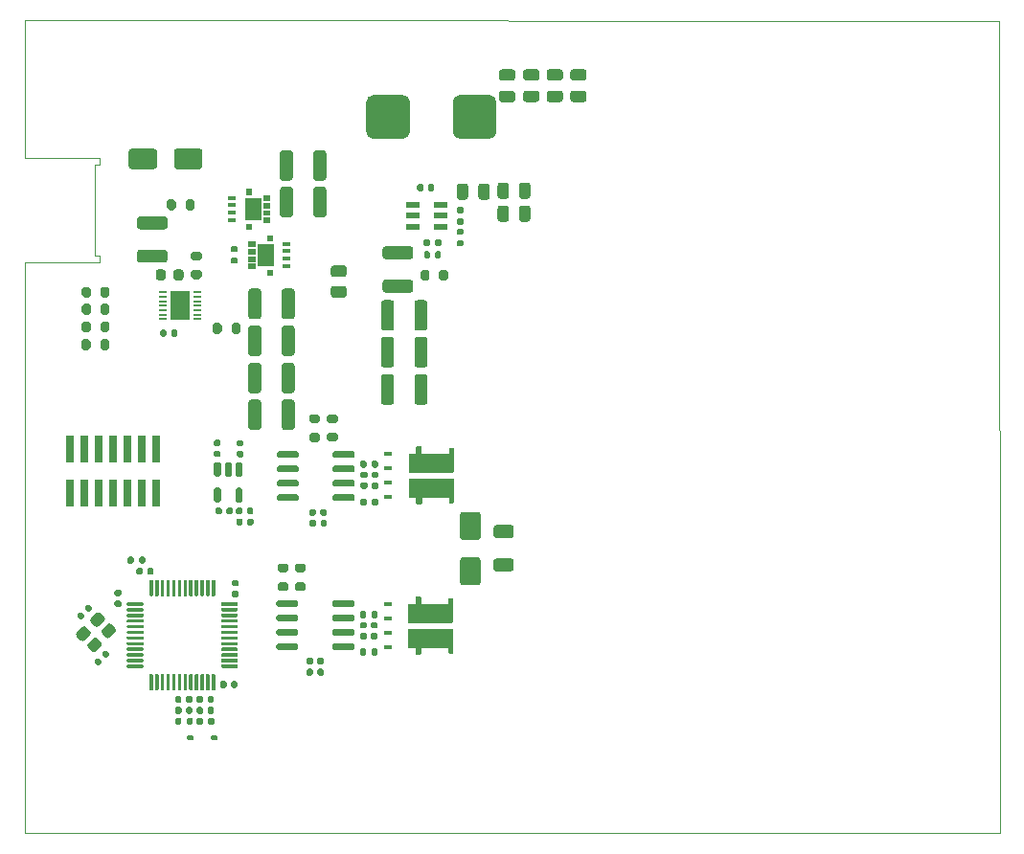
<source format=gtp>
G04 #@! TF.GenerationSoftware,KiCad,Pcbnew,9.0.1+1*
G04 #@! TF.CreationDate,2025-12-16T10:27:43+00:00*
G04 #@! TF.ProjectId,c64psu,63363470-7375-42e6-9b69-6361645f7063,rev?*
G04 #@! TF.SameCoordinates,Original*
G04 #@! TF.FileFunction,Paste,Top*
G04 #@! TF.FilePolarity,Positive*
%FSLAX46Y46*%
G04 Gerber Fmt 4.6, Leading zero omitted, Abs format (unit mm)*
G04 Created by KiCad (PCBNEW 9.0.1+1) date 2025-12-16 10:27:43*
%MOMM*%
%LPD*%
G01*
G04 APERTURE LIST*
G04 #@! TA.AperFunction,Profile*
%ADD10C,0.050000*%
G04 #@! TD*
%ADD11C,0.010000*%
%ADD12R,0.800000X0.200000*%
%ADD13R,1.750000X2.650000*%
%ADD14R,0.700000X0.420000*%
%ADD15R,1.200000X0.600000*%
%ADD16R,0.711200X0.406400*%
%ADD17R,3.987800X1.727200*%
%ADD18R,0.740000X2.400000*%
G04 APERTURE END LIST*
D10*
X219224551Y-37033468D02*
X219250062Y-108900624D01*
X133100087Y-108875624D01*
X133075074Y-58400000D01*
X139675000Y-58400000D01*
X139675000Y-57800000D01*
X139250000Y-57800000D01*
X139250000Y-49750000D01*
X139700000Y-49750000D01*
X139700000Y-49150000D01*
X133075000Y-49150000D01*
X133075000Y-37008468D01*
X219224551Y-37033468D01*
D11*
X153410000Y-56984800D02*
X152860000Y-56984800D01*
X152860000Y-56564800D01*
X153410000Y-56564800D01*
X153410000Y-56984800D01*
G36*
X153410000Y-56984800D02*
G01*
X152860000Y-56984800D01*
X152860000Y-56564800D01*
X153410000Y-56564800D01*
X153410000Y-56984800D01*
G37*
X153410000Y-57214800D02*
X153410000Y-57634800D01*
X152860000Y-57634800D01*
X152860000Y-57214799D01*
X153410000Y-57214800D01*
G36*
X153410000Y-57214800D02*
G01*
X153410000Y-57634800D01*
X152860000Y-57634800D01*
X152860000Y-57214799D01*
X153410000Y-57214800D01*
G37*
X153410000Y-58284800D02*
X152860000Y-58284801D01*
X152860000Y-57864800D01*
X153410000Y-57864800D01*
X153410000Y-58284800D01*
G36*
X153410000Y-58284800D02*
G01*
X152860000Y-58284801D01*
X152860000Y-57864800D01*
X153410000Y-57864800D01*
X153410000Y-58284800D01*
G37*
X153410000Y-58934800D02*
X152860000Y-58934800D01*
X152860000Y-58514800D01*
X153410000Y-58514800D01*
X153410000Y-58934800D01*
G36*
X153410000Y-58934800D02*
G01*
X152860000Y-58934800D01*
X152860000Y-58514800D01*
X153410000Y-58514800D01*
X153410000Y-58934800D01*
G37*
X154909999Y-59499800D02*
X154510001Y-59499800D01*
X154510000Y-59049800D01*
X154910000Y-59049800D01*
X154909999Y-59499800D01*
G36*
X154909999Y-59499800D02*
G01*
X154510001Y-59499800D01*
X154510000Y-59049800D01*
X154910000Y-59049800D01*
X154909999Y-59499800D01*
G37*
X154910000Y-56449800D02*
X154510000Y-56449800D01*
X154510001Y-55999800D01*
X154909999Y-55999800D01*
X154910000Y-56449800D01*
G36*
X154910000Y-56449800D02*
G01*
X154510000Y-56449800D01*
X154510001Y-55999800D01*
X154909999Y-55999800D01*
X154910000Y-56449800D01*
G37*
X155031000Y-58668800D02*
X153689000Y-58668800D01*
X153689000Y-56830800D01*
X155031000Y-56830800D01*
X155031000Y-58668800D01*
G36*
X155031000Y-58668800D02*
G01*
X153689000Y-58668800D01*
X153689000Y-56830800D01*
X155031000Y-56830800D01*
X155031000Y-58668800D01*
G37*
X153886100Y-54591750D02*
X152544100Y-54591750D01*
X152544100Y-52753750D01*
X153886100Y-52753750D01*
X153886100Y-54591750D01*
G36*
X153886100Y-54591750D02*
G01*
X152544100Y-54591750D01*
X152544100Y-52753750D01*
X153886100Y-52753750D01*
X153886100Y-54591750D01*
G37*
X153065099Y-55422750D02*
X152665101Y-55422750D01*
X152665100Y-54972750D01*
X153065100Y-54972750D01*
X153065099Y-55422750D01*
G36*
X153065099Y-55422750D02*
G01*
X152665101Y-55422750D01*
X152665100Y-54972750D01*
X153065100Y-54972750D01*
X153065099Y-55422750D01*
G37*
X153065100Y-52372750D02*
X152665100Y-52372750D01*
X152665101Y-51922750D01*
X153065099Y-51922750D01*
X153065100Y-52372750D01*
G36*
X153065100Y-52372750D02*
G01*
X152665100Y-52372750D01*
X152665101Y-51922750D01*
X153065099Y-51922750D01*
X153065100Y-52372750D01*
G37*
X154715100Y-52907750D02*
X154165100Y-52907750D01*
X154165100Y-52487750D01*
X154715100Y-52487750D01*
X154715100Y-52907750D01*
G36*
X154715100Y-52907750D02*
G01*
X154165100Y-52907750D01*
X154165100Y-52487750D01*
X154715100Y-52487750D01*
X154715100Y-52907750D01*
G37*
X154715100Y-53557750D02*
X154165100Y-53557750D01*
X154165100Y-53137750D01*
X154715100Y-53137749D01*
X154715100Y-53557750D01*
G36*
X154715100Y-53557750D02*
G01*
X154165100Y-53557750D01*
X154165100Y-53137750D01*
X154715100Y-53137749D01*
X154715100Y-53557750D01*
G37*
X154715100Y-54207751D02*
X154165100Y-54207750D01*
X154165100Y-53787750D01*
X154715100Y-53787750D01*
X154715100Y-54207751D01*
G36*
X154715100Y-54207751D02*
G01*
X154165100Y-54207750D01*
X154165100Y-53787750D01*
X154715100Y-53787750D01*
X154715100Y-54207751D01*
G37*
X154715100Y-54857750D02*
X154165100Y-54857750D01*
X154165100Y-54437750D01*
X154715100Y-54437750D01*
X154715100Y-54857750D01*
G36*
X154715100Y-54857750D02*
G01*
X154165100Y-54857750D01*
X154165100Y-54437750D01*
X154715100Y-54437750D01*
X154715100Y-54857750D01*
G37*
G36*
G01*
X162745200Y-79788600D02*
X162745200Y-79418600D01*
G75*
G02*
X162880200Y-79283600I135000J0D01*
G01*
X163150200Y-79283600D01*
G75*
G02*
X163285200Y-79418600I0J-135000D01*
G01*
X163285200Y-79788600D01*
G75*
G02*
X163150200Y-79923600I-135000J0D01*
G01*
X162880200Y-79923600D01*
G75*
G02*
X162745200Y-79788600I0J135000D01*
G01*
G37*
G36*
G01*
X163765200Y-79788600D02*
X163765200Y-79418600D01*
G75*
G02*
X163900200Y-79283600I135000J0D01*
G01*
X164170200Y-79283600D01*
G75*
G02*
X164305200Y-79418600I0J-135000D01*
G01*
X164305200Y-79788600D01*
G75*
G02*
X164170200Y-79923600I-135000J0D01*
G01*
X163900200Y-79923600D01*
G75*
G02*
X163765200Y-79788600I0J135000D01*
G01*
G37*
G36*
G01*
X158266800Y-81653200D02*
X158266800Y-81313200D01*
G75*
G02*
X158406800Y-81173200I140000J0D01*
G01*
X158686800Y-81173200D01*
G75*
G02*
X158826800Y-81313200I0J-140000D01*
G01*
X158826800Y-81653200D01*
G75*
G02*
X158686800Y-81793200I-140000J0D01*
G01*
X158406800Y-81793200D01*
G75*
G02*
X158266800Y-81653200I0J140000D01*
G01*
G37*
G36*
G01*
X159226800Y-81653200D02*
X159226800Y-81313200D01*
G75*
G02*
X159366800Y-81173200I140000J0D01*
G01*
X159646800Y-81173200D01*
G75*
G02*
X159786800Y-81313200I0J-140000D01*
G01*
X159786800Y-81653200D01*
G75*
G02*
X159646800Y-81793200I-140000J0D01*
G01*
X159366800Y-81793200D01*
G75*
G02*
X159226800Y-81653200I0J140000D01*
G01*
G37*
G36*
G01*
X157990000Y-94810400D02*
X157990000Y-94470400D01*
G75*
G02*
X158130000Y-94330400I140000J0D01*
G01*
X158410000Y-94330400D01*
G75*
G02*
X158550000Y-94470400I0J-140000D01*
G01*
X158550000Y-94810400D01*
G75*
G02*
X158410000Y-94950400I-140000J0D01*
G01*
X158130000Y-94950400D01*
G75*
G02*
X157990000Y-94810400I0J140000D01*
G01*
G37*
G36*
G01*
X158950000Y-94810400D02*
X158950000Y-94470400D01*
G75*
G02*
X159090000Y-94330400I140000J0D01*
G01*
X159370000Y-94330400D01*
G75*
G02*
X159510000Y-94470400I0J-140000D01*
G01*
X159510000Y-94810400D01*
G75*
G02*
X159370000Y-94950400I-140000J0D01*
G01*
X159090000Y-94950400D01*
G75*
G02*
X158950000Y-94810400I0J140000D01*
G01*
G37*
G36*
G01*
X174876801Y-54577000D02*
X174876801Y-53627000D01*
G75*
G02*
X175126801Y-53377000I250000J0D01*
G01*
X175626801Y-53377000D01*
G75*
G02*
X175876801Y-53627000I0J-250000D01*
G01*
X175876801Y-54577000D01*
G75*
G02*
X175626801Y-54827000I-250000J0D01*
G01*
X175126801Y-54827000D01*
G75*
G02*
X174876801Y-54577000I0J250000D01*
G01*
G37*
G36*
G01*
X176776799Y-54577000D02*
X176776799Y-53627000D01*
G75*
G02*
X177026799Y-53377000I250000J0D01*
G01*
X177526799Y-53377000D01*
G75*
G02*
X177776799Y-53627000I0J-250000D01*
G01*
X177776799Y-54577000D01*
G75*
G02*
X177526799Y-54827000I-250000J0D01*
G01*
X177026799Y-54827000D01*
G75*
G02*
X176776799Y-54577000I0J250000D01*
G01*
G37*
G36*
G01*
X155350800Y-75562600D02*
X155350800Y-75262600D01*
G75*
G02*
X155500800Y-75112600I150000J0D01*
G01*
X157150800Y-75112600D01*
G75*
G02*
X157300800Y-75262600I0J-150000D01*
G01*
X157300800Y-75562600D01*
G75*
G02*
X157150800Y-75712600I-150000J0D01*
G01*
X155500800Y-75712600D01*
G75*
G02*
X155350800Y-75562600I0J150000D01*
G01*
G37*
G36*
G01*
X155350800Y-76832600D02*
X155350800Y-76532600D01*
G75*
G02*
X155500800Y-76382600I150000J0D01*
G01*
X157150800Y-76382600D01*
G75*
G02*
X157300800Y-76532600I0J-150000D01*
G01*
X157300800Y-76832600D01*
G75*
G02*
X157150800Y-76982600I-150000J0D01*
G01*
X155500800Y-76982600D01*
G75*
G02*
X155350800Y-76832600I0J150000D01*
G01*
G37*
G36*
G01*
X155350800Y-78102600D02*
X155350800Y-77802600D01*
G75*
G02*
X155500800Y-77652600I150000J0D01*
G01*
X157150800Y-77652600D01*
G75*
G02*
X157300800Y-77802600I0J-150000D01*
G01*
X157300800Y-78102600D01*
G75*
G02*
X157150800Y-78252600I-150000J0D01*
G01*
X155500800Y-78252600D01*
G75*
G02*
X155350800Y-78102600I0J150000D01*
G01*
G37*
G36*
G01*
X155350800Y-79372600D02*
X155350800Y-79072600D01*
G75*
G02*
X155500800Y-78922600I150000J0D01*
G01*
X157150800Y-78922600D01*
G75*
G02*
X157300800Y-79072600I0J-150000D01*
G01*
X157300800Y-79372600D01*
G75*
G02*
X157150800Y-79522600I-150000J0D01*
G01*
X155500800Y-79522600D01*
G75*
G02*
X155350800Y-79372600I0J150000D01*
G01*
G37*
G36*
G01*
X160300800Y-79372600D02*
X160300800Y-79072600D01*
G75*
G02*
X160450800Y-78922600I150000J0D01*
G01*
X162100800Y-78922600D01*
G75*
G02*
X162250800Y-79072600I0J-150000D01*
G01*
X162250800Y-79372600D01*
G75*
G02*
X162100800Y-79522600I-150000J0D01*
G01*
X160450800Y-79522600D01*
G75*
G02*
X160300800Y-79372600I0J150000D01*
G01*
G37*
G36*
G01*
X160300800Y-78102600D02*
X160300800Y-77802600D01*
G75*
G02*
X160450800Y-77652600I150000J0D01*
G01*
X162100800Y-77652600D01*
G75*
G02*
X162250800Y-77802600I0J-150000D01*
G01*
X162250800Y-78102600D01*
G75*
G02*
X162100800Y-78252600I-150000J0D01*
G01*
X160450800Y-78252600D01*
G75*
G02*
X160300800Y-78102600I0J150000D01*
G01*
G37*
G36*
G01*
X160300800Y-76832600D02*
X160300800Y-76532600D01*
G75*
G02*
X160450800Y-76382600I150000J0D01*
G01*
X162100800Y-76382600D01*
G75*
G02*
X162250800Y-76532600I0J-150000D01*
G01*
X162250800Y-76832600D01*
G75*
G02*
X162100800Y-76982600I-150000J0D01*
G01*
X160450800Y-76982600D01*
G75*
G02*
X160300800Y-76832600I0J150000D01*
G01*
G37*
G36*
G01*
X160300800Y-75562600D02*
X160300800Y-75262600D01*
G75*
G02*
X160450800Y-75112600I150000J0D01*
G01*
X162100800Y-75112600D01*
G75*
G02*
X162250800Y-75262600I0J-150000D01*
G01*
X162250800Y-75562600D01*
G75*
G02*
X162100800Y-75712600I-150000J0D01*
G01*
X160450800Y-75712600D01*
G75*
G02*
X160300800Y-75562600I0J150000D01*
G01*
G37*
G36*
G01*
X182491400Y-44223599D02*
X181541400Y-44223599D01*
G75*
G02*
X181291400Y-43973599I0J250000D01*
G01*
X181291400Y-43473599D01*
G75*
G02*
X181541400Y-43223599I250000J0D01*
G01*
X182491400Y-43223599D01*
G75*
G02*
X182741400Y-43473599I0J-250000D01*
G01*
X182741400Y-43973599D01*
G75*
G02*
X182491400Y-44223599I-250000J0D01*
G01*
G37*
G36*
G01*
X182491400Y-42323601D02*
X181541400Y-42323601D01*
G75*
G02*
X181291400Y-42073601I0J250000D01*
G01*
X181291400Y-41573601D01*
G75*
G02*
X181541400Y-41323601I250000J0D01*
G01*
X182491400Y-41323601D01*
G75*
G02*
X182741400Y-41573601I0J-250000D01*
G01*
X182741400Y-42073601D01*
G75*
G02*
X182491400Y-42323601I-250000J0D01*
G01*
G37*
G36*
G01*
X156939201Y-60977600D02*
X156939201Y-63177600D01*
G75*
G02*
X156689201Y-63427600I-250000J0D01*
G01*
X156039201Y-63427600D01*
G75*
G02*
X155789201Y-63177600I0J250000D01*
G01*
X155789201Y-60977600D01*
G75*
G02*
X156039201Y-60727600I250000J0D01*
G01*
X156689201Y-60727600D01*
G75*
G02*
X156939201Y-60977600I0J-250000D01*
G01*
G37*
G36*
G01*
X153989199Y-60977600D02*
X153989199Y-63177600D01*
G75*
G02*
X153739199Y-63427600I-250000J0D01*
G01*
X153089199Y-63427600D01*
G75*
G02*
X152839199Y-63177600I0J250000D01*
G01*
X152839199Y-60977600D01*
G75*
G02*
X153089199Y-60727600I250000J0D01*
G01*
X153739199Y-60727600D01*
G75*
G02*
X153989199Y-60977600I0J-250000D01*
G01*
G37*
G36*
G01*
X163187200Y-91742800D02*
X162847200Y-91742800D01*
G75*
G02*
X162707200Y-91602800I0J140000D01*
G01*
X162707200Y-91322800D01*
G75*
G02*
X162847200Y-91182800I140000J0D01*
G01*
X163187200Y-91182800D01*
G75*
G02*
X163327200Y-91322800I0J-140000D01*
G01*
X163327200Y-91602800D01*
G75*
G02*
X163187200Y-91742800I-140000J0D01*
G01*
G37*
G36*
G01*
X163187200Y-90782800D02*
X162847200Y-90782800D01*
G75*
G02*
X162707200Y-90642800I0J140000D01*
G01*
X162707200Y-90362800D01*
G75*
G02*
X162847200Y-90222800I140000J0D01*
G01*
X163187200Y-90222800D01*
G75*
G02*
X163327200Y-90362800I0J-140000D01*
G01*
X163327200Y-90642800D01*
G75*
G02*
X163187200Y-90782800I-140000J0D01*
G01*
G37*
G36*
G01*
X144665000Y-59766250D02*
X144665000Y-59253750D01*
G75*
G02*
X144883750Y-59035000I218750J0D01*
G01*
X145321250Y-59035000D01*
G75*
G02*
X145540000Y-59253750I0J-218750D01*
G01*
X145540000Y-59766250D01*
G75*
G02*
X145321250Y-59985000I-218750J0D01*
G01*
X144883750Y-59985000D01*
G75*
G02*
X144665000Y-59766250I0J218750D01*
G01*
G37*
G36*
G01*
X146240000Y-59766250D02*
X146240000Y-59253750D01*
G75*
G02*
X146458750Y-59035000I218750J0D01*
G01*
X146896250Y-59035000D01*
G75*
G02*
X147115000Y-59253750I0J-218750D01*
G01*
X147115000Y-59766250D01*
G75*
G02*
X146896250Y-59985000I-218750J0D01*
G01*
X146458750Y-59985000D01*
G75*
G02*
X146240000Y-59766250I0J218750D01*
G01*
G37*
G36*
G01*
X151454499Y-80227700D02*
X151454499Y-80567700D01*
G75*
G02*
X151314499Y-80707700I-140000J0D01*
G01*
X151034499Y-80707700D01*
G75*
G02*
X150894499Y-80567700I0J140000D01*
G01*
X150894499Y-80227700D01*
G75*
G02*
X151034499Y-80087700I140000J0D01*
G01*
X151314499Y-80087700D01*
G75*
G02*
X151454499Y-80227700I0J-140000D01*
G01*
G37*
G36*
G01*
X150494499Y-80227700D02*
X150494499Y-80567700D01*
G75*
G02*
X150354499Y-80707700I-140000J0D01*
G01*
X150074499Y-80707700D01*
G75*
G02*
X149934499Y-80567700I0J140000D01*
G01*
X149934499Y-80227700D01*
G75*
G02*
X150074499Y-80087700I140000J0D01*
G01*
X150354499Y-80087700D01*
G75*
G02*
X150494499Y-80227700I0J-140000D01*
G01*
G37*
D12*
X148317500Y-63436750D03*
X148317500Y-63036750D03*
X148317500Y-62636750D03*
X148317500Y-62236750D03*
X148317500Y-61836750D03*
X148317500Y-61436750D03*
X148317500Y-61036750D03*
X145317500Y-61036750D03*
X145317500Y-61436750D03*
X145317500Y-61836750D03*
X145317500Y-62236750D03*
X145317500Y-62636750D03*
X145317500Y-63036750D03*
X145317500Y-63436750D03*
D13*
X146817500Y-62236750D03*
G36*
G01*
X162694400Y-89745400D02*
X162694400Y-89375400D01*
G75*
G02*
X162829400Y-89240400I135000J0D01*
G01*
X163099400Y-89240400D01*
G75*
G02*
X163234400Y-89375400I0J-135000D01*
G01*
X163234400Y-89745400D01*
G75*
G02*
X163099400Y-89880400I-135000J0D01*
G01*
X162829400Y-89880400D01*
G75*
G02*
X162694400Y-89745400I0J135000D01*
G01*
G37*
G36*
G01*
X163714400Y-89745400D02*
X163714400Y-89375400D01*
G75*
G02*
X163849400Y-89240400I135000J0D01*
G01*
X164119400Y-89240400D01*
G75*
G02*
X164254400Y-89375400I0J-135000D01*
G01*
X164254400Y-89745400D01*
G75*
G02*
X164119400Y-89880400I-135000J0D01*
G01*
X163849400Y-89880400D01*
G75*
G02*
X163714400Y-89745400I0J135000D01*
G01*
G37*
G36*
G01*
X158974200Y-74287600D02*
X158424200Y-74287600D01*
G75*
G02*
X158224200Y-74087600I0J200000D01*
G01*
X158224200Y-73687600D01*
G75*
G02*
X158424200Y-73487600I200000J0D01*
G01*
X158974200Y-73487600D01*
G75*
G02*
X159174200Y-73687600I0J-200000D01*
G01*
X159174200Y-74087600D01*
G75*
G02*
X158974200Y-74287600I-200000J0D01*
G01*
G37*
G36*
G01*
X158974200Y-72637600D02*
X158424200Y-72637600D01*
G75*
G02*
X158224200Y-72437600I0J200000D01*
G01*
X158224200Y-72037600D01*
G75*
G02*
X158424200Y-71837600I200000J0D01*
G01*
X158974200Y-71837600D01*
G75*
G02*
X159174200Y-72037600I0J-200000D01*
G01*
X159174200Y-72437600D01*
G75*
G02*
X158974200Y-72637600I-200000J0D01*
G01*
G37*
G36*
G01*
X160549000Y-74275400D02*
X159999000Y-74275400D01*
G75*
G02*
X159799000Y-74075400I0J200000D01*
G01*
X159799000Y-73675400D01*
G75*
G02*
X159999000Y-73475400I200000J0D01*
G01*
X160549000Y-73475400D01*
G75*
G02*
X160749000Y-73675400I0J-200000D01*
G01*
X160749000Y-74075400D01*
G75*
G02*
X160549000Y-74275400I-200000J0D01*
G01*
G37*
G36*
G01*
X160549000Y-72625400D02*
X159999000Y-72625400D01*
G75*
G02*
X159799000Y-72425400I0J200000D01*
G01*
X159799000Y-72025400D01*
G75*
G02*
X159999000Y-71825400I200000J0D01*
G01*
X160549000Y-71825400D01*
G75*
G02*
X160749000Y-72025400I0J-200000D01*
G01*
X160749000Y-72425400D01*
G75*
G02*
X160549000Y-72625400I-200000J0D01*
G01*
G37*
G36*
G01*
X140577300Y-60763750D02*
X140577300Y-61313750D01*
G75*
G02*
X140377300Y-61513750I-200000J0D01*
G01*
X139977300Y-61513750D01*
G75*
G02*
X139777300Y-61313750I0J200000D01*
G01*
X139777300Y-60763750D01*
G75*
G02*
X139977300Y-60563750I200000J0D01*
G01*
X140377300Y-60563750D01*
G75*
G02*
X140577300Y-60763750I0J-200000D01*
G01*
G37*
G36*
G01*
X138927300Y-60763750D02*
X138927300Y-61313750D01*
G75*
G02*
X138727300Y-61513750I-200000J0D01*
G01*
X138327300Y-61513750D01*
G75*
G02*
X138127300Y-61313750I0J200000D01*
G01*
X138127300Y-60763750D01*
G75*
G02*
X138327300Y-60563750I200000J0D01*
G01*
X138727300Y-60563750D01*
G75*
G02*
X138927300Y-60763750I0J-200000D01*
G01*
G37*
G36*
G01*
X176192200Y-44238800D02*
X175242200Y-44238800D01*
G75*
G02*
X174992200Y-43988800I0J250000D01*
G01*
X174992200Y-43488800D01*
G75*
G02*
X175242200Y-43238800I250000J0D01*
G01*
X176192200Y-43238800D01*
G75*
G02*
X176442200Y-43488800I0J-250000D01*
G01*
X176442200Y-43988800D01*
G75*
G02*
X176192200Y-44238800I-250000J0D01*
G01*
G37*
G36*
G01*
X176192200Y-42338802D02*
X175242200Y-42338802D01*
G75*
G02*
X174992200Y-42088802I0J250000D01*
G01*
X174992200Y-41588802D01*
G75*
G02*
X175242200Y-41338802I250000J0D01*
G01*
X176192200Y-41338802D01*
G75*
G02*
X176442200Y-41588802I0J-250000D01*
G01*
X176442200Y-42088802D01*
G75*
G02*
X176192200Y-42338802I-250000J0D01*
G01*
G37*
G36*
G01*
X158244000Y-80688000D02*
X158244000Y-80348000D01*
G75*
G02*
X158384000Y-80208000I140000J0D01*
G01*
X158664000Y-80208000D01*
G75*
G02*
X158804000Y-80348000I0J-140000D01*
G01*
X158804000Y-80688000D01*
G75*
G02*
X158664000Y-80828000I-140000J0D01*
G01*
X158384000Y-80828000D01*
G75*
G02*
X158244000Y-80688000I0J140000D01*
G01*
G37*
G36*
G01*
X159204000Y-80688000D02*
X159204000Y-80348000D01*
G75*
G02*
X159344000Y-80208000I140000J0D01*
G01*
X159624000Y-80208000D01*
G75*
G02*
X159764000Y-80348000I0J-140000D01*
G01*
X159764000Y-80688000D01*
G75*
G02*
X159624000Y-80828000I-140000J0D01*
G01*
X159344000Y-80828000D01*
G75*
G02*
X159204000Y-80688000I0J140000D01*
G01*
G37*
G36*
G01*
X151410100Y-56958750D02*
X151780100Y-56958750D01*
G75*
G02*
X151915100Y-57093750I0J-135000D01*
G01*
X151915100Y-57363750D01*
G75*
G02*
X151780100Y-57498750I-135000J0D01*
G01*
X151410100Y-57498750D01*
G75*
G02*
X151275100Y-57363750I0J135000D01*
G01*
X151275100Y-57093750D01*
G75*
G02*
X151410100Y-56958750I135000J0D01*
G01*
G37*
G36*
G01*
X151410100Y-57978748D02*
X151780100Y-57978748D01*
G75*
G02*
X151915100Y-58113748I0J-135000D01*
G01*
X151915100Y-58383748D01*
G75*
G02*
X151780100Y-58518748I-135000J0D01*
G01*
X151410100Y-58518748D01*
G75*
G02*
X151275100Y-58383748I0J135000D01*
G01*
X151275100Y-58113748D01*
G75*
G02*
X151410100Y-57978748I135000J0D01*
G01*
G37*
G36*
G01*
X157704200Y-87483400D02*
X157154200Y-87483400D01*
G75*
G02*
X156954200Y-87283400I0J200000D01*
G01*
X156954200Y-86883400D01*
G75*
G02*
X157154200Y-86683400I200000J0D01*
G01*
X157704200Y-86683400D01*
G75*
G02*
X157904200Y-86883400I0J-200000D01*
G01*
X157904200Y-87283400D01*
G75*
G02*
X157704200Y-87483400I-200000J0D01*
G01*
G37*
G36*
G01*
X157704200Y-85833400D02*
X157154200Y-85833400D01*
G75*
G02*
X156954200Y-85633400I0J200000D01*
G01*
X156954200Y-85233400D01*
G75*
G02*
X157154200Y-85033400I200000J0D01*
G01*
X157704200Y-85033400D01*
G75*
G02*
X157904200Y-85233400I0J-200000D01*
G01*
X157904200Y-85633400D01*
G75*
G02*
X157704200Y-85833400I-200000J0D01*
G01*
G37*
G36*
G01*
X168674001Y-61993600D02*
X168674001Y-64193600D01*
G75*
G02*
X168424001Y-64443600I-250000J0D01*
G01*
X167774001Y-64443600D01*
G75*
G02*
X167524001Y-64193600I0J250000D01*
G01*
X167524001Y-61993600D01*
G75*
G02*
X167774001Y-61743600I250000J0D01*
G01*
X168424001Y-61743600D01*
G75*
G02*
X168674001Y-61993600I0J-250000D01*
G01*
G37*
G36*
G01*
X165723999Y-61993600D02*
X165723999Y-64193600D01*
G75*
G02*
X165473999Y-64443600I-250000J0D01*
G01*
X164823999Y-64443600D01*
G75*
G02*
X164573999Y-64193600I0J250000D01*
G01*
X164573999Y-61993600D01*
G75*
G02*
X164823999Y-61743600I250000J0D01*
G01*
X165473999Y-61743600D01*
G75*
G02*
X165723999Y-61993600I0J-250000D01*
G01*
G37*
G36*
G01*
X148282200Y-98197000D02*
X148282200Y-97857000D01*
G75*
G02*
X148422200Y-97717000I140000J0D01*
G01*
X148702200Y-97717000D01*
G75*
G02*
X148842200Y-97857000I0J-140000D01*
G01*
X148842200Y-98197000D01*
G75*
G02*
X148702200Y-98337000I-140000J0D01*
G01*
X148422200Y-98337000D01*
G75*
G02*
X148282200Y-98197000I0J140000D01*
G01*
G37*
G36*
G01*
X149242200Y-98197000D02*
X149242200Y-97857000D01*
G75*
G02*
X149382200Y-97717000I140000J0D01*
G01*
X149662200Y-97717000D01*
G75*
G02*
X149802200Y-97857000I0J-140000D01*
G01*
X149802200Y-98197000D01*
G75*
G02*
X149662200Y-98337000I-140000J0D01*
G01*
X149382200Y-98337000D01*
G75*
G02*
X149242200Y-98197000I0J140000D01*
G01*
G37*
G36*
G01*
X163812400Y-90222800D02*
X164152400Y-90222800D01*
G75*
G02*
X164292400Y-90362800I0J-140000D01*
G01*
X164292400Y-90642800D01*
G75*
G02*
X164152400Y-90782800I-140000J0D01*
G01*
X163812400Y-90782800D01*
G75*
G02*
X163672400Y-90642800I0J140000D01*
G01*
X163672400Y-90362800D01*
G75*
G02*
X163812400Y-90222800I140000J0D01*
G01*
G37*
G36*
G01*
X163812400Y-91182800D02*
X164152400Y-91182800D01*
G75*
G02*
X164292400Y-91322800I0J-140000D01*
G01*
X164292400Y-91602800D01*
G75*
G02*
X164152400Y-91742800I-140000J0D01*
G01*
X163812400Y-91742800D01*
G75*
G02*
X163672400Y-91602800I0J140000D01*
G01*
X163672400Y-91322800D01*
G75*
G02*
X163812400Y-91182800I140000J0D01*
G01*
G37*
G36*
G01*
X171374500Y-53504350D02*
X171744500Y-53504350D01*
G75*
G02*
X171879500Y-53639350I0J-135000D01*
G01*
X171879500Y-53909350D01*
G75*
G02*
X171744500Y-54044350I-135000J0D01*
G01*
X171374500Y-54044350D01*
G75*
G02*
X171239500Y-53909350I0J135000D01*
G01*
X171239500Y-53639350D01*
G75*
G02*
X171374500Y-53504350I135000J0D01*
G01*
G37*
G36*
G01*
X171374500Y-54524348D02*
X171744500Y-54524348D01*
G75*
G02*
X171879500Y-54659348I0J-135000D01*
G01*
X171879500Y-54929348D01*
G75*
G02*
X171744500Y-55064348I-135000J0D01*
G01*
X171374500Y-55064348D01*
G75*
G02*
X171239500Y-54929348I0J135000D01*
G01*
X171239500Y-54659348D01*
G75*
G02*
X171374500Y-54524348I135000J0D01*
G01*
G37*
G36*
G01*
X137957007Y-89997809D02*
X137716591Y-89757393D01*
G75*
G02*
X137716591Y-89559403I98995J98995D01*
G01*
X137914581Y-89361413D01*
G75*
G02*
X138112571Y-89361413I98995J-98995D01*
G01*
X138352987Y-89601829D01*
G75*
G02*
X138352987Y-89799819I-98995J-98995D01*
G01*
X138154997Y-89997809D01*
G75*
G02*
X137957007Y-89997809I-98995J98995D01*
G01*
G37*
G36*
G01*
X138635829Y-89318987D02*
X138395413Y-89078571D01*
G75*
G02*
X138395413Y-88880581I98995J98995D01*
G01*
X138593403Y-88682591D01*
G75*
G02*
X138791393Y-88682591I98995J-98995D01*
G01*
X139031809Y-88923007D01*
G75*
G02*
X139031809Y-89120997I-98995J-98995D01*
G01*
X138833819Y-89318987D01*
G75*
G02*
X138635829Y-89318987I-98995J98995D01*
G01*
G37*
G36*
G01*
X145645700Y-53592150D02*
X145645700Y-53042150D01*
G75*
G02*
X145845700Y-52842150I200000J0D01*
G01*
X146245700Y-52842150D01*
G75*
G02*
X146445700Y-53042150I0J-200000D01*
G01*
X146445700Y-53592150D01*
G75*
G02*
X146245700Y-53792150I-200000J0D01*
G01*
X145845700Y-53792150D01*
G75*
G02*
X145645700Y-53592150I0J200000D01*
G01*
G37*
G36*
G01*
X147295700Y-53592150D02*
X147295700Y-53042150D01*
G75*
G02*
X147495700Y-52842150I200000J0D01*
G01*
X147895700Y-52842150D01*
G75*
G02*
X148095700Y-53042150I0J-200000D01*
G01*
X148095700Y-53592150D01*
G75*
G02*
X147895700Y-53792150I-200000J0D01*
G01*
X147495700Y-53792150D01*
G75*
G02*
X147295700Y-53592150I0J200000D01*
G01*
G37*
G36*
G01*
X171374500Y-55432751D02*
X171744500Y-55432751D01*
G75*
G02*
X171879500Y-55567751I0J-135000D01*
G01*
X171879500Y-55837751D01*
G75*
G02*
X171744500Y-55972751I-135000J0D01*
G01*
X171374500Y-55972751D01*
G75*
G02*
X171239500Y-55837751I0J135000D01*
G01*
X171239500Y-55567751D01*
G75*
G02*
X171374500Y-55432751I135000J0D01*
G01*
G37*
G36*
G01*
X171374500Y-56452749D02*
X171744500Y-56452749D01*
G75*
G02*
X171879500Y-56587749I0J-135000D01*
G01*
X171879500Y-56857749D01*
G75*
G02*
X171744500Y-56992749I-135000J0D01*
G01*
X171374500Y-56992749D01*
G75*
G02*
X171239500Y-56857749I0J135000D01*
G01*
X171239500Y-56587749D01*
G75*
G02*
X171374500Y-56452749I135000J0D01*
G01*
G37*
G36*
G01*
X140569400Y-63834600D02*
X140569400Y-64384600D01*
G75*
G02*
X140369400Y-64584600I-200000J0D01*
G01*
X139969400Y-64584600D01*
G75*
G02*
X139769400Y-64384600I0J200000D01*
G01*
X139769400Y-63834600D01*
G75*
G02*
X139969400Y-63634600I200000J0D01*
G01*
X140369400Y-63634600D01*
G75*
G02*
X140569400Y-63834600I0J-200000D01*
G01*
G37*
G36*
G01*
X138919400Y-63834600D02*
X138919400Y-64384600D01*
G75*
G02*
X138719400Y-64584600I-200000J0D01*
G01*
X138319400Y-64584600D01*
G75*
G02*
X138119400Y-64384600I0J200000D01*
G01*
X138119400Y-63834600D01*
G75*
G02*
X138319400Y-63634600I200000J0D01*
G01*
X138719400Y-63634600D01*
G75*
G02*
X138919400Y-63834600I0J-200000D01*
G01*
G37*
G36*
G01*
X142281098Y-49903150D02*
X142281098Y-48603150D01*
G75*
G02*
X142531098Y-48353150I250000J0D01*
G01*
X144531098Y-48353150D01*
G75*
G02*
X144781098Y-48603150I0J-250000D01*
G01*
X144781098Y-49903150D01*
G75*
G02*
X144531098Y-50153150I-250000J0D01*
G01*
X142531098Y-50153150D01*
G75*
G02*
X142281098Y-49903150I0J250000D01*
G01*
G37*
G36*
G01*
X146281100Y-49903150D02*
X146281100Y-48603150D01*
G75*
G02*
X146531100Y-48353150I250000J0D01*
G01*
X148531100Y-48353150D01*
G75*
G02*
X148781100Y-48603150I0J-250000D01*
G01*
X148781100Y-49903150D01*
G75*
G02*
X148531100Y-50153150I-250000J0D01*
G01*
X146531100Y-50153150D01*
G75*
G02*
X146281100Y-49903150I0J250000D01*
G01*
G37*
G36*
G01*
X150254899Y-75620500D02*
X149914899Y-75620500D01*
G75*
G02*
X149774899Y-75480500I0J140000D01*
G01*
X149774899Y-75200500D01*
G75*
G02*
X149914899Y-75060500I140000J0D01*
G01*
X150254899Y-75060500D01*
G75*
G02*
X150394899Y-75200500I0J-140000D01*
G01*
X150394899Y-75480500D01*
G75*
G02*
X150254899Y-75620500I-140000J0D01*
G01*
G37*
G36*
G01*
X150254899Y-74660500D02*
X149914899Y-74660500D01*
G75*
G02*
X149774899Y-74520500I0J140000D01*
G01*
X149774899Y-74240500D01*
G75*
G02*
X149914899Y-74100500I140000J0D01*
G01*
X150254899Y-74100500D01*
G75*
G02*
X150394899Y-74240500I0J-140000D01*
G01*
X150394899Y-74520500D01*
G75*
G02*
X150254899Y-74660500I-140000J0D01*
G01*
G37*
D14*
X156210000Y-58724800D03*
X156210000Y-58074800D03*
X156210000Y-57424800D03*
X156210000Y-56774800D03*
G36*
G01*
X174177899Y-51673750D02*
X174177899Y-52623750D01*
G75*
G02*
X173927899Y-52873750I-250000J0D01*
G01*
X173427899Y-52873750D01*
G75*
G02*
X173177899Y-52623750I0J250000D01*
G01*
X173177899Y-51673750D01*
G75*
G02*
X173427899Y-51423750I250000J0D01*
G01*
X173927899Y-51423750D01*
G75*
G02*
X174177899Y-51673750I0J-250000D01*
G01*
G37*
G36*
G01*
X172277901Y-51673750D02*
X172277901Y-52623750D01*
G75*
G02*
X172027901Y-52873750I-250000J0D01*
G01*
X171527901Y-52873750D01*
G75*
G02*
X171277901Y-52623750I0J250000D01*
G01*
X171277901Y-51673750D01*
G75*
G02*
X171527901Y-51423750I250000J0D01*
G01*
X172027901Y-51423750D01*
G75*
G02*
X172277901Y-51673750I0J-250000D01*
G01*
G37*
G36*
G01*
X152286899Y-75643300D02*
X151946899Y-75643300D01*
G75*
G02*
X151806899Y-75503300I0J140000D01*
G01*
X151806899Y-75223300D01*
G75*
G02*
X151946899Y-75083300I140000J0D01*
G01*
X152286899Y-75083300D01*
G75*
G02*
X152426899Y-75223300I0J-140000D01*
G01*
X152426899Y-75503300D01*
G75*
G02*
X152286899Y-75643300I-140000J0D01*
G01*
G37*
G36*
G01*
X152286899Y-74683300D02*
X151946899Y-74683300D01*
G75*
G02*
X151806899Y-74543300I0J140000D01*
G01*
X151806899Y-74263300D01*
G75*
G02*
X151946899Y-74123300I140000J0D01*
G01*
X152286899Y-74123300D01*
G75*
G02*
X152426899Y-74263300I0J-140000D01*
G01*
X152426899Y-74543300D01*
G75*
G02*
X152286899Y-74683300I-140000J0D01*
G01*
G37*
G36*
G01*
X147899800Y-97857000D02*
X147899800Y-98197000D01*
G75*
G02*
X147759800Y-98337000I-140000J0D01*
G01*
X147479800Y-98337000D01*
G75*
G02*
X147339800Y-98197000I0J140000D01*
G01*
X147339800Y-97857000D01*
G75*
G02*
X147479800Y-97717000I140000J0D01*
G01*
X147759800Y-97717000D01*
G75*
G02*
X147899800Y-97857000I0J-140000D01*
G01*
G37*
G36*
G01*
X146939800Y-97857000D02*
X146939800Y-98197000D01*
G75*
G02*
X146799800Y-98337000I-140000J0D01*
G01*
X146519800Y-98337000D01*
G75*
G02*
X146379800Y-98197000I0J140000D01*
G01*
X146379800Y-97857000D01*
G75*
G02*
X146519800Y-97717000I140000J0D01*
G01*
X146799800Y-97717000D01*
G75*
G02*
X146939800Y-97857000I0J-140000D01*
G01*
G37*
G36*
G01*
X149822199Y-98807200D02*
X149822199Y-99177200D01*
G75*
G02*
X149687199Y-99312200I-135000J0D01*
G01*
X149417199Y-99312200D01*
G75*
G02*
X149282199Y-99177200I0J135000D01*
G01*
X149282199Y-98807200D01*
G75*
G02*
X149417199Y-98672200I135000J0D01*
G01*
X149687199Y-98672200D01*
G75*
G02*
X149822199Y-98807200I0J-135000D01*
G01*
G37*
G36*
G01*
X148802201Y-98807200D02*
X148802201Y-99177200D01*
G75*
G02*
X148667201Y-99312200I-135000J0D01*
G01*
X148397201Y-99312200D01*
G75*
G02*
X148262201Y-99177200I0J135000D01*
G01*
X148262201Y-98807200D01*
G75*
G02*
X148397201Y-98672200I135000J0D01*
G01*
X148667201Y-98672200D01*
G75*
G02*
X148802201Y-98807200I0J-135000D01*
G01*
G37*
G36*
G01*
X160382800Y-58671400D02*
X161282800Y-58671400D01*
G75*
G02*
X161532800Y-58921400I0J-250000D01*
G01*
X161532800Y-59446400D01*
G75*
G02*
X161282800Y-59696400I-250000J0D01*
G01*
X160382800Y-59696400D01*
G75*
G02*
X160132800Y-59446400I0J250000D01*
G01*
X160132800Y-58921400D01*
G75*
G02*
X160382800Y-58671400I250000J0D01*
G01*
G37*
G36*
G01*
X160382800Y-60496400D02*
X161282800Y-60496400D01*
G75*
G02*
X161532800Y-60746400I0J-250000D01*
G01*
X161532800Y-61271400D01*
G75*
G02*
X161282800Y-61521400I-250000J0D01*
G01*
X160382800Y-61521400D01*
G75*
G02*
X160132800Y-61271400I0J250000D01*
G01*
X160132800Y-60746400D01*
G75*
G02*
X160382800Y-60496400I250000J0D01*
G01*
G37*
G36*
G01*
X142110200Y-88697200D02*
X142110200Y-88547200D01*
G75*
G02*
X142185200Y-88472200I75000J0D01*
G01*
X143510200Y-88472200D01*
G75*
G02*
X143585200Y-88547200I0J-75000D01*
G01*
X143585200Y-88697200D01*
G75*
G02*
X143510200Y-88772200I-75000J0D01*
G01*
X142185200Y-88772200D01*
G75*
G02*
X142110200Y-88697200I0J75000D01*
G01*
G37*
G36*
G01*
X142110200Y-89197200D02*
X142110200Y-89047200D01*
G75*
G02*
X142185200Y-88972200I75000J0D01*
G01*
X143510200Y-88972200D01*
G75*
G02*
X143585200Y-89047200I0J-75000D01*
G01*
X143585200Y-89197200D01*
G75*
G02*
X143510200Y-89272200I-75000J0D01*
G01*
X142185200Y-89272200D01*
G75*
G02*
X142110200Y-89197200I0J75000D01*
G01*
G37*
G36*
G01*
X142110200Y-89697200D02*
X142110200Y-89547200D01*
G75*
G02*
X142185200Y-89472200I75000J0D01*
G01*
X143510200Y-89472200D01*
G75*
G02*
X143585200Y-89547200I0J-75000D01*
G01*
X143585200Y-89697200D01*
G75*
G02*
X143510200Y-89772200I-75000J0D01*
G01*
X142185200Y-89772200D01*
G75*
G02*
X142110200Y-89697200I0J75000D01*
G01*
G37*
G36*
G01*
X142110200Y-90197200D02*
X142110200Y-90047200D01*
G75*
G02*
X142185200Y-89972200I75000J0D01*
G01*
X143510200Y-89972200D01*
G75*
G02*
X143585200Y-90047200I0J-75000D01*
G01*
X143585200Y-90197200D01*
G75*
G02*
X143510200Y-90272200I-75000J0D01*
G01*
X142185200Y-90272200D01*
G75*
G02*
X142110200Y-90197200I0J75000D01*
G01*
G37*
G36*
G01*
X142110200Y-90697200D02*
X142110200Y-90547200D01*
G75*
G02*
X142185200Y-90472200I75000J0D01*
G01*
X143510200Y-90472200D01*
G75*
G02*
X143585200Y-90547200I0J-75000D01*
G01*
X143585200Y-90697200D01*
G75*
G02*
X143510200Y-90772200I-75000J0D01*
G01*
X142185200Y-90772200D01*
G75*
G02*
X142110200Y-90697200I0J75000D01*
G01*
G37*
G36*
G01*
X142110200Y-91197200D02*
X142110200Y-91047200D01*
G75*
G02*
X142185200Y-90972200I75000J0D01*
G01*
X143510200Y-90972200D01*
G75*
G02*
X143585200Y-91047200I0J-75000D01*
G01*
X143585200Y-91197200D01*
G75*
G02*
X143510200Y-91272200I-75000J0D01*
G01*
X142185200Y-91272200D01*
G75*
G02*
X142110200Y-91197200I0J75000D01*
G01*
G37*
G36*
G01*
X142110200Y-91697200D02*
X142110200Y-91547200D01*
G75*
G02*
X142185200Y-91472200I75000J0D01*
G01*
X143510200Y-91472200D01*
G75*
G02*
X143585200Y-91547200I0J-75000D01*
G01*
X143585200Y-91697200D01*
G75*
G02*
X143510200Y-91772200I-75000J0D01*
G01*
X142185200Y-91772200D01*
G75*
G02*
X142110200Y-91697200I0J75000D01*
G01*
G37*
G36*
G01*
X142110200Y-92197200D02*
X142110200Y-92047200D01*
G75*
G02*
X142185200Y-91972200I75000J0D01*
G01*
X143510200Y-91972200D01*
G75*
G02*
X143585200Y-92047200I0J-75000D01*
G01*
X143585200Y-92197200D01*
G75*
G02*
X143510200Y-92272200I-75000J0D01*
G01*
X142185200Y-92272200D01*
G75*
G02*
X142110200Y-92197200I0J75000D01*
G01*
G37*
G36*
G01*
X142110200Y-92697200D02*
X142110200Y-92547200D01*
G75*
G02*
X142185200Y-92472200I75000J0D01*
G01*
X143510200Y-92472200D01*
G75*
G02*
X143585200Y-92547200I0J-75000D01*
G01*
X143585200Y-92697200D01*
G75*
G02*
X143510200Y-92772200I-75000J0D01*
G01*
X142185200Y-92772200D01*
G75*
G02*
X142110200Y-92697200I0J75000D01*
G01*
G37*
G36*
G01*
X142110200Y-93197200D02*
X142110200Y-93047200D01*
G75*
G02*
X142185200Y-92972200I75000J0D01*
G01*
X143510200Y-92972200D01*
G75*
G02*
X143585200Y-93047200I0J-75000D01*
G01*
X143585200Y-93197200D01*
G75*
G02*
X143510200Y-93272200I-75000J0D01*
G01*
X142185200Y-93272200D01*
G75*
G02*
X142110200Y-93197200I0J75000D01*
G01*
G37*
G36*
G01*
X142110200Y-93697200D02*
X142110200Y-93547200D01*
G75*
G02*
X142185200Y-93472200I75000J0D01*
G01*
X143510200Y-93472200D01*
G75*
G02*
X143585200Y-93547200I0J-75000D01*
G01*
X143585200Y-93697200D01*
G75*
G02*
X143510200Y-93772200I-75000J0D01*
G01*
X142185200Y-93772200D01*
G75*
G02*
X142110200Y-93697200I0J75000D01*
G01*
G37*
G36*
G01*
X142110200Y-94197200D02*
X142110200Y-94047200D01*
G75*
G02*
X142185200Y-93972200I75000J0D01*
G01*
X143510200Y-93972200D01*
G75*
G02*
X143585200Y-94047200I0J-75000D01*
G01*
X143585200Y-94197200D01*
G75*
G02*
X143510200Y-94272200I-75000J0D01*
G01*
X142185200Y-94272200D01*
G75*
G02*
X142110200Y-94197200I0J75000D01*
G01*
G37*
G36*
G01*
X144110200Y-96197200D02*
X144110200Y-94872200D01*
G75*
G02*
X144185200Y-94797200I75000J0D01*
G01*
X144335200Y-94797200D01*
G75*
G02*
X144410200Y-94872200I0J-75000D01*
G01*
X144410200Y-96197200D01*
G75*
G02*
X144335200Y-96272200I-75000J0D01*
G01*
X144185200Y-96272200D01*
G75*
G02*
X144110200Y-96197200I0J75000D01*
G01*
G37*
G36*
G01*
X144610200Y-96197200D02*
X144610200Y-94872200D01*
G75*
G02*
X144685200Y-94797200I75000J0D01*
G01*
X144835200Y-94797200D01*
G75*
G02*
X144910200Y-94872200I0J-75000D01*
G01*
X144910200Y-96197200D01*
G75*
G02*
X144835200Y-96272200I-75000J0D01*
G01*
X144685200Y-96272200D01*
G75*
G02*
X144610200Y-96197200I0J75000D01*
G01*
G37*
G36*
G01*
X145110200Y-96197200D02*
X145110200Y-94872200D01*
G75*
G02*
X145185200Y-94797200I75000J0D01*
G01*
X145335200Y-94797200D01*
G75*
G02*
X145410200Y-94872200I0J-75000D01*
G01*
X145410200Y-96197200D01*
G75*
G02*
X145335200Y-96272200I-75000J0D01*
G01*
X145185200Y-96272200D01*
G75*
G02*
X145110200Y-96197200I0J75000D01*
G01*
G37*
G36*
G01*
X145610200Y-96197200D02*
X145610200Y-94872200D01*
G75*
G02*
X145685200Y-94797200I75000J0D01*
G01*
X145835200Y-94797200D01*
G75*
G02*
X145910200Y-94872200I0J-75000D01*
G01*
X145910200Y-96197200D01*
G75*
G02*
X145835200Y-96272200I-75000J0D01*
G01*
X145685200Y-96272200D01*
G75*
G02*
X145610200Y-96197200I0J75000D01*
G01*
G37*
G36*
G01*
X146110200Y-96197200D02*
X146110200Y-94872200D01*
G75*
G02*
X146185200Y-94797200I75000J0D01*
G01*
X146335200Y-94797200D01*
G75*
G02*
X146410200Y-94872200I0J-75000D01*
G01*
X146410200Y-96197200D01*
G75*
G02*
X146335200Y-96272200I-75000J0D01*
G01*
X146185200Y-96272200D01*
G75*
G02*
X146110200Y-96197200I0J75000D01*
G01*
G37*
G36*
G01*
X146610200Y-96197200D02*
X146610200Y-94872200D01*
G75*
G02*
X146685200Y-94797200I75000J0D01*
G01*
X146835200Y-94797200D01*
G75*
G02*
X146910200Y-94872200I0J-75000D01*
G01*
X146910200Y-96197200D01*
G75*
G02*
X146835200Y-96272200I-75000J0D01*
G01*
X146685200Y-96272200D01*
G75*
G02*
X146610200Y-96197200I0J75000D01*
G01*
G37*
G36*
G01*
X147110200Y-96197200D02*
X147110200Y-94872200D01*
G75*
G02*
X147185200Y-94797200I75000J0D01*
G01*
X147335200Y-94797200D01*
G75*
G02*
X147410200Y-94872200I0J-75000D01*
G01*
X147410200Y-96197200D01*
G75*
G02*
X147335200Y-96272200I-75000J0D01*
G01*
X147185200Y-96272200D01*
G75*
G02*
X147110200Y-96197200I0J75000D01*
G01*
G37*
G36*
G01*
X147610200Y-96197200D02*
X147610200Y-94872200D01*
G75*
G02*
X147685200Y-94797200I75000J0D01*
G01*
X147835200Y-94797200D01*
G75*
G02*
X147910200Y-94872200I0J-75000D01*
G01*
X147910200Y-96197200D01*
G75*
G02*
X147835200Y-96272200I-75000J0D01*
G01*
X147685200Y-96272200D01*
G75*
G02*
X147610200Y-96197200I0J75000D01*
G01*
G37*
G36*
G01*
X148110200Y-96197200D02*
X148110200Y-94872200D01*
G75*
G02*
X148185200Y-94797200I75000J0D01*
G01*
X148335200Y-94797200D01*
G75*
G02*
X148410200Y-94872200I0J-75000D01*
G01*
X148410200Y-96197200D01*
G75*
G02*
X148335200Y-96272200I-75000J0D01*
G01*
X148185200Y-96272200D01*
G75*
G02*
X148110200Y-96197200I0J75000D01*
G01*
G37*
G36*
G01*
X148610200Y-96197200D02*
X148610200Y-94872200D01*
G75*
G02*
X148685200Y-94797200I75000J0D01*
G01*
X148835200Y-94797200D01*
G75*
G02*
X148910200Y-94872200I0J-75000D01*
G01*
X148910200Y-96197200D01*
G75*
G02*
X148835200Y-96272200I-75000J0D01*
G01*
X148685200Y-96272200D01*
G75*
G02*
X148610200Y-96197200I0J75000D01*
G01*
G37*
G36*
G01*
X149110200Y-96197200D02*
X149110200Y-94872200D01*
G75*
G02*
X149185200Y-94797200I75000J0D01*
G01*
X149335200Y-94797200D01*
G75*
G02*
X149410200Y-94872200I0J-75000D01*
G01*
X149410200Y-96197200D01*
G75*
G02*
X149335200Y-96272200I-75000J0D01*
G01*
X149185200Y-96272200D01*
G75*
G02*
X149110200Y-96197200I0J75000D01*
G01*
G37*
G36*
G01*
X149610200Y-96197200D02*
X149610200Y-94872200D01*
G75*
G02*
X149685200Y-94797200I75000J0D01*
G01*
X149835200Y-94797200D01*
G75*
G02*
X149910200Y-94872200I0J-75000D01*
G01*
X149910200Y-96197200D01*
G75*
G02*
X149835200Y-96272200I-75000J0D01*
G01*
X149685200Y-96272200D01*
G75*
G02*
X149610200Y-96197200I0J75000D01*
G01*
G37*
G36*
G01*
X150435200Y-94197200D02*
X150435200Y-94047200D01*
G75*
G02*
X150510200Y-93972200I75000J0D01*
G01*
X151835200Y-93972200D01*
G75*
G02*
X151910200Y-94047200I0J-75000D01*
G01*
X151910200Y-94197200D01*
G75*
G02*
X151835200Y-94272200I-75000J0D01*
G01*
X150510200Y-94272200D01*
G75*
G02*
X150435200Y-94197200I0J75000D01*
G01*
G37*
G36*
G01*
X150435200Y-93697200D02*
X150435200Y-93547200D01*
G75*
G02*
X150510200Y-93472200I75000J0D01*
G01*
X151835200Y-93472200D01*
G75*
G02*
X151910200Y-93547200I0J-75000D01*
G01*
X151910200Y-93697200D01*
G75*
G02*
X151835200Y-93772200I-75000J0D01*
G01*
X150510200Y-93772200D01*
G75*
G02*
X150435200Y-93697200I0J75000D01*
G01*
G37*
G36*
G01*
X150435200Y-93197200D02*
X150435200Y-93047200D01*
G75*
G02*
X150510200Y-92972200I75000J0D01*
G01*
X151835200Y-92972200D01*
G75*
G02*
X151910200Y-93047200I0J-75000D01*
G01*
X151910200Y-93197200D01*
G75*
G02*
X151835200Y-93272200I-75000J0D01*
G01*
X150510200Y-93272200D01*
G75*
G02*
X150435200Y-93197200I0J75000D01*
G01*
G37*
G36*
G01*
X150435200Y-92697200D02*
X150435200Y-92547200D01*
G75*
G02*
X150510200Y-92472200I75000J0D01*
G01*
X151835200Y-92472200D01*
G75*
G02*
X151910200Y-92547200I0J-75000D01*
G01*
X151910200Y-92697200D01*
G75*
G02*
X151835200Y-92772200I-75000J0D01*
G01*
X150510200Y-92772200D01*
G75*
G02*
X150435200Y-92697200I0J75000D01*
G01*
G37*
G36*
G01*
X150435200Y-92197200D02*
X150435200Y-92047200D01*
G75*
G02*
X150510200Y-91972200I75000J0D01*
G01*
X151835200Y-91972200D01*
G75*
G02*
X151910200Y-92047200I0J-75000D01*
G01*
X151910200Y-92197200D01*
G75*
G02*
X151835200Y-92272200I-75000J0D01*
G01*
X150510200Y-92272200D01*
G75*
G02*
X150435200Y-92197200I0J75000D01*
G01*
G37*
G36*
G01*
X150435200Y-91697200D02*
X150435200Y-91547200D01*
G75*
G02*
X150510200Y-91472200I75000J0D01*
G01*
X151835200Y-91472200D01*
G75*
G02*
X151910200Y-91547200I0J-75000D01*
G01*
X151910200Y-91697200D01*
G75*
G02*
X151835200Y-91772200I-75000J0D01*
G01*
X150510200Y-91772200D01*
G75*
G02*
X150435200Y-91697200I0J75000D01*
G01*
G37*
G36*
G01*
X150435200Y-91197200D02*
X150435200Y-91047200D01*
G75*
G02*
X150510200Y-90972200I75000J0D01*
G01*
X151835200Y-90972200D01*
G75*
G02*
X151910200Y-91047200I0J-75000D01*
G01*
X151910200Y-91197200D01*
G75*
G02*
X151835200Y-91272200I-75000J0D01*
G01*
X150510200Y-91272200D01*
G75*
G02*
X150435200Y-91197200I0J75000D01*
G01*
G37*
G36*
G01*
X150435200Y-90697200D02*
X150435200Y-90547200D01*
G75*
G02*
X150510200Y-90472200I75000J0D01*
G01*
X151835200Y-90472200D01*
G75*
G02*
X151910200Y-90547200I0J-75000D01*
G01*
X151910200Y-90697200D01*
G75*
G02*
X151835200Y-90772200I-75000J0D01*
G01*
X150510200Y-90772200D01*
G75*
G02*
X150435200Y-90697200I0J75000D01*
G01*
G37*
G36*
G01*
X150435200Y-90197200D02*
X150435200Y-90047200D01*
G75*
G02*
X150510200Y-89972200I75000J0D01*
G01*
X151835200Y-89972200D01*
G75*
G02*
X151910200Y-90047200I0J-75000D01*
G01*
X151910200Y-90197200D01*
G75*
G02*
X151835200Y-90272200I-75000J0D01*
G01*
X150510200Y-90272200D01*
G75*
G02*
X150435200Y-90197200I0J75000D01*
G01*
G37*
G36*
G01*
X150435200Y-89697200D02*
X150435200Y-89547200D01*
G75*
G02*
X150510200Y-89472200I75000J0D01*
G01*
X151835200Y-89472200D01*
G75*
G02*
X151910200Y-89547200I0J-75000D01*
G01*
X151910200Y-89697200D01*
G75*
G02*
X151835200Y-89772200I-75000J0D01*
G01*
X150510200Y-89772200D01*
G75*
G02*
X150435200Y-89697200I0J75000D01*
G01*
G37*
G36*
G01*
X150435200Y-89197200D02*
X150435200Y-89047200D01*
G75*
G02*
X150510200Y-88972200I75000J0D01*
G01*
X151835200Y-88972200D01*
G75*
G02*
X151910200Y-89047200I0J-75000D01*
G01*
X151910200Y-89197200D01*
G75*
G02*
X151835200Y-89272200I-75000J0D01*
G01*
X150510200Y-89272200D01*
G75*
G02*
X150435200Y-89197200I0J75000D01*
G01*
G37*
G36*
G01*
X150435200Y-88697200D02*
X150435200Y-88547200D01*
G75*
G02*
X150510200Y-88472200I75000J0D01*
G01*
X151835200Y-88472200D01*
G75*
G02*
X151910200Y-88547200I0J-75000D01*
G01*
X151910200Y-88697200D01*
G75*
G02*
X151835200Y-88772200I-75000J0D01*
G01*
X150510200Y-88772200D01*
G75*
G02*
X150435200Y-88697200I0J75000D01*
G01*
G37*
G36*
G01*
X149610200Y-87872200D02*
X149610200Y-86547200D01*
G75*
G02*
X149685200Y-86472200I75000J0D01*
G01*
X149835200Y-86472200D01*
G75*
G02*
X149910200Y-86547200I0J-75000D01*
G01*
X149910200Y-87872200D01*
G75*
G02*
X149835200Y-87947200I-75000J0D01*
G01*
X149685200Y-87947200D01*
G75*
G02*
X149610200Y-87872200I0J75000D01*
G01*
G37*
G36*
G01*
X149110200Y-87872200D02*
X149110200Y-86547200D01*
G75*
G02*
X149185200Y-86472200I75000J0D01*
G01*
X149335200Y-86472200D01*
G75*
G02*
X149410200Y-86547200I0J-75000D01*
G01*
X149410200Y-87872200D01*
G75*
G02*
X149335200Y-87947200I-75000J0D01*
G01*
X149185200Y-87947200D01*
G75*
G02*
X149110200Y-87872200I0J75000D01*
G01*
G37*
G36*
G01*
X148610200Y-87872200D02*
X148610200Y-86547200D01*
G75*
G02*
X148685200Y-86472200I75000J0D01*
G01*
X148835200Y-86472200D01*
G75*
G02*
X148910200Y-86547200I0J-75000D01*
G01*
X148910200Y-87872200D01*
G75*
G02*
X148835200Y-87947200I-75000J0D01*
G01*
X148685200Y-87947200D01*
G75*
G02*
X148610200Y-87872200I0J75000D01*
G01*
G37*
G36*
G01*
X148110200Y-87872200D02*
X148110200Y-86547200D01*
G75*
G02*
X148185200Y-86472200I75000J0D01*
G01*
X148335200Y-86472200D01*
G75*
G02*
X148410200Y-86547200I0J-75000D01*
G01*
X148410200Y-87872200D01*
G75*
G02*
X148335200Y-87947200I-75000J0D01*
G01*
X148185200Y-87947200D01*
G75*
G02*
X148110200Y-87872200I0J75000D01*
G01*
G37*
G36*
G01*
X147610200Y-87872200D02*
X147610200Y-86547200D01*
G75*
G02*
X147685200Y-86472200I75000J0D01*
G01*
X147835200Y-86472200D01*
G75*
G02*
X147910200Y-86547200I0J-75000D01*
G01*
X147910200Y-87872200D01*
G75*
G02*
X147835200Y-87947200I-75000J0D01*
G01*
X147685200Y-87947200D01*
G75*
G02*
X147610200Y-87872200I0J75000D01*
G01*
G37*
G36*
G01*
X147110200Y-87872200D02*
X147110200Y-86547200D01*
G75*
G02*
X147185200Y-86472200I75000J0D01*
G01*
X147335200Y-86472200D01*
G75*
G02*
X147410200Y-86547200I0J-75000D01*
G01*
X147410200Y-87872200D01*
G75*
G02*
X147335200Y-87947200I-75000J0D01*
G01*
X147185200Y-87947200D01*
G75*
G02*
X147110200Y-87872200I0J75000D01*
G01*
G37*
G36*
G01*
X146610200Y-87872200D02*
X146610200Y-86547200D01*
G75*
G02*
X146685200Y-86472200I75000J0D01*
G01*
X146835200Y-86472200D01*
G75*
G02*
X146910200Y-86547200I0J-75000D01*
G01*
X146910200Y-87872200D01*
G75*
G02*
X146835200Y-87947200I-75000J0D01*
G01*
X146685200Y-87947200D01*
G75*
G02*
X146610200Y-87872200I0J75000D01*
G01*
G37*
G36*
G01*
X146110200Y-87872200D02*
X146110200Y-86547200D01*
G75*
G02*
X146185200Y-86472200I75000J0D01*
G01*
X146335200Y-86472200D01*
G75*
G02*
X146410200Y-86547200I0J-75000D01*
G01*
X146410200Y-87872200D01*
G75*
G02*
X146335200Y-87947200I-75000J0D01*
G01*
X146185200Y-87947200D01*
G75*
G02*
X146110200Y-87872200I0J75000D01*
G01*
G37*
G36*
G01*
X145610200Y-87872200D02*
X145610200Y-86547200D01*
G75*
G02*
X145685200Y-86472200I75000J0D01*
G01*
X145835200Y-86472200D01*
G75*
G02*
X145910200Y-86547200I0J-75000D01*
G01*
X145910200Y-87872200D01*
G75*
G02*
X145835200Y-87947200I-75000J0D01*
G01*
X145685200Y-87947200D01*
G75*
G02*
X145610200Y-87872200I0J75000D01*
G01*
G37*
G36*
G01*
X145110200Y-87872200D02*
X145110200Y-86547200D01*
G75*
G02*
X145185200Y-86472200I75000J0D01*
G01*
X145335200Y-86472200D01*
G75*
G02*
X145410200Y-86547200I0J-75000D01*
G01*
X145410200Y-87872200D01*
G75*
G02*
X145335200Y-87947200I-75000J0D01*
G01*
X145185200Y-87947200D01*
G75*
G02*
X145110200Y-87872200I0J75000D01*
G01*
G37*
G36*
G01*
X144610200Y-87872200D02*
X144610200Y-86547200D01*
G75*
G02*
X144685200Y-86472200I75000J0D01*
G01*
X144835200Y-86472200D01*
G75*
G02*
X144910200Y-86547200I0J-75000D01*
G01*
X144910200Y-87872200D01*
G75*
G02*
X144835200Y-87947200I-75000J0D01*
G01*
X144685200Y-87947200D01*
G75*
G02*
X144610200Y-87872200I0J75000D01*
G01*
G37*
G36*
G01*
X144110200Y-87872200D02*
X144110200Y-86547200D01*
G75*
G02*
X144185200Y-86472200I75000J0D01*
G01*
X144335200Y-86472200D01*
G75*
G02*
X144410200Y-86547200I0J-75000D01*
G01*
X144410200Y-87872200D01*
G75*
G02*
X144335200Y-87947200I-75000J0D01*
G01*
X144185200Y-87947200D01*
G75*
G02*
X144110200Y-87872200I0J75000D01*
G01*
G37*
D15*
X167363100Y-53332350D03*
X167363100Y-54282350D03*
X167363100Y-55232350D03*
X169863100Y-55232350D03*
X169863100Y-54282350D03*
X169863100Y-53332350D03*
G36*
G01*
X140557200Y-65409400D02*
X140557200Y-65959400D01*
G75*
G02*
X140357200Y-66159400I-200000J0D01*
G01*
X139957200Y-66159400D01*
G75*
G02*
X139757200Y-65959400I0J200000D01*
G01*
X139757200Y-65409400D01*
G75*
G02*
X139957200Y-65209400I200000J0D01*
G01*
X140357200Y-65209400D01*
G75*
G02*
X140557200Y-65409400I0J-200000D01*
G01*
G37*
G36*
G01*
X138907200Y-65409400D02*
X138907200Y-65959400D01*
G75*
G02*
X138707200Y-66159400I-200000J0D01*
G01*
X138307200Y-66159400D01*
G75*
G02*
X138107200Y-65959400I0J200000D01*
G01*
X138107200Y-65409400D01*
G75*
G02*
X138307200Y-65209400I200000J0D01*
G01*
X138707200Y-65209400D01*
G75*
G02*
X138907200Y-65409400I0J-200000D01*
G01*
G37*
G36*
G01*
X163863200Y-76913200D02*
X164203200Y-76913200D01*
G75*
G02*
X164343200Y-77053200I0J-140000D01*
G01*
X164343200Y-77333200D01*
G75*
G02*
X164203200Y-77473200I-140000J0D01*
G01*
X163863200Y-77473200D01*
G75*
G02*
X163723200Y-77333200I0J140000D01*
G01*
X163723200Y-77053200D01*
G75*
G02*
X163863200Y-76913200I140000J0D01*
G01*
G37*
G36*
G01*
X163863200Y-77873200D02*
X164203200Y-77873200D01*
G75*
G02*
X164343200Y-78013200I0J-140000D01*
G01*
X164343200Y-78293200D01*
G75*
G02*
X164203200Y-78433200I-140000J0D01*
G01*
X163863200Y-78433200D01*
G75*
G02*
X163723200Y-78293200I0J140000D01*
G01*
X163723200Y-78013200D01*
G75*
G02*
X163863200Y-77873200I140000J0D01*
G01*
G37*
G36*
G01*
X167165200Y-61079601D02*
X164965200Y-61079601D01*
G75*
G02*
X164715200Y-60829601I0J250000D01*
G01*
X164715200Y-60179601D01*
G75*
G02*
X164965200Y-59929601I250000J0D01*
G01*
X167165200Y-59929601D01*
G75*
G02*
X167415200Y-60179601I0J-250000D01*
G01*
X167415200Y-60829601D01*
G75*
G02*
X167165200Y-61079601I-250000J0D01*
G01*
G37*
G36*
G01*
X167165200Y-58129599D02*
X164965200Y-58129599D01*
G75*
G02*
X164715200Y-57879599I0J250000D01*
G01*
X164715200Y-57229599D01*
G75*
G02*
X164965200Y-56979599I250000J0D01*
G01*
X167165200Y-56979599D01*
G75*
G02*
X167415200Y-57229599I0J-250000D01*
G01*
X167415200Y-57879599D01*
G75*
G02*
X167165200Y-58129599I-250000J0D01*
G01*
G37*
G36*
G01*
X141490600Y-88881000D02*
X141150600Y-88881000D01*
G75*
G02*
X141010600Y-88741000I0J140000D01*
G01*
X141010600Y-88461000D01*
G75*
G02*
X141150600Y-88321000I140000J0D01*
G01*
X141490600Y-88321000D01*
G75*
G02*
X141630600Y-88461000I0J-140000D01*
G01*
X141630600Y-88741000D01*
G75*
G02*
X141490600Y-88881000I-140000J0D01*
G01*
G37*
G36*
G01*
X141490600Y-87921000D02*
X141150600Y-87921000D01*
G75*
G02*
X141010600Y-87781000I0J140000D01*
G01*
X141010600Y-87501000D01*
G75*
G02*
X141150600Y-87361000I140000J0D01*
G01*
X141490600Y-87361000D01*
G75*
G02*
X141630600Y-87501000I0J-140000D01*
G01*
X141630600Y-87781000D01*
G75*
G02*
X141490600Y-87921000I-140000J0D01*
G01*
G37*
G36*
G01*
X156941002Y-64228800D02*
X156941002Y-66428800D01*
G75*
G02*
X156691002Y-66678800I-250000J0D01*
G01*
X156041002Y-66678800D01*
G75*
G02*
X155791002Y-66428800I0J250000D01*
G01*
X155791002Y-64228800D01*
G75*
G02*
X156041002Y-63978800I250000J0D01*
G01*
X156691002Y-63978800D01*
G75*
G02*
X156941002Y-64228800I0J-250000D01*
G01*
G37*
G36*
G01*
X153991000Y-64228800D02*
X153991000Y-66428800D01*
G75*
G02*
X153741000Y-66678800I-250000J0D01*
G01*
X153091000Y-66678800D01*
G75*
G02*
X152841000Y-66428800I0J250000D01*
G01*
X152841000Y-64228800D01*
G75*
G02*
X153091000Y-63978800I250000J0D01*
G01*
X153741000Y-63978800D01*
G75*
G02*
X153991000Y-64228800I0J-250000D01*
G01*
G37*
D16*
X165214300Y-75359999D03*
X165214300Y-76629999D03*
X165214300Y-77899999D03*
X165214300Y-79169999D03*
G36*
G01*
X167752200Y-74696349D02*
X168112000Y-74696349D01*
G75*
G02*
X168189100Y-74773449I0J-77100D01*
G01*
X168189100Y-76936549D01*
G75*
G02*
X168112000Y-77013649I-77100J0D01*
G01*
X167752200Y-77013649D01*
G75*
G02*
X167675100Y-76936549I0J77100D01*
G01*
X167675100Y-74773449D01*
G75*
G02*
X167752200Y-74696349I77100J0D01*
G01*
G37*
G36*
G01*
X170660175Y-74793099D02*
X170944025Y-74793099D01*
G75*
G02*
X171004850Y-74853924I0J-60825D01*
G01*
X171004850Y-76936074D01*
G75*
G02*
X170944025Y-76996899I-60825J0D01*
G01*
X170660175Y-76996899D01*
G75*
G02*
X170599350Y-76936074I0J60825D01*
G01*
X170599350Y-74853924D01*
G75*
G02*
X170660175Y-74793099I60825J0D01*
G01*
G37*
D17*
X169011600Y-76147399D03*
X169011600Y-78382599D03*
G36*
G01*
X170659925Y-77524999D02*
X170943775Y-77524999D01*
G75*
G02*
X171004600Y-77585824I0J-60825D01*
G01*
X171004600Y-79667974D01*
G75*
G02*
X170943775Y-79728799I-60825J0D01*
G01*
X170659925Y-79728799D01*
G75*
G02*
X170599100Y-79667974I0J60825D01*
G01*
X170599100Y-77585824D01*
G75*
G02*
X170659925Y-77524999I60825J0D01*
G01*
G37*
G36*
G01*
X167755200Y-77513099D02*
X168115000Y-77513099D01*
G75*
G02*
X168192100Y-77590199I0J-77100D01*
G01*
X168192100Y-79753299D01*
G75*
G02*
X168115000Y-79830399I-77100J0D01*
G01*
X167755200Y-79830399D01*
G75*
G02*
X167678100Y-79753299I0J77100D01*
G01*
X167678100Y-77590199D01*
G75*
G02*
X167755200Y-77513099I77100J0D01*
G01*
G37*
G36*
G01*
X143250000Y-54340000D02*
X145450000Y-54340000D01*
G75*
G02*
X145700000Y-54590000I0J-250000D01*
G01*
X145700000Y-55240000D01*
G75*
G02*
X145450000Y-55490000I-250000J0D01*
G01*
X143250000Y-55490000D01*
G75*
G02*
X143000000Y-55240000I0J250000D01*
G01*
X143000000Y-54590000D01*
G75*
G02*
X143250000Y-54340000I250000J0D01*
G01*
G37*
G36*
G01*
X143250000Y-57290000D02*
X145450000Y-57290000D01*
G75*
G02*
X145700000Y-57540000I0J-250000D01*
G01*
X145700000Y-58190000D01*
G75*
G02*
X145450000Y-58440000I-250000J0D01*
G01*
X143250000Y-58440000D01*
G75*
G02*
X143000000Y-58190000I0J250000D01*
G01*
X143000000Y-57540000D01*
G75*
G02*
X143250000Y-57290000I250000J0D01*
G01*
G37*
G36*
G01*
X166542001Y-47469750D02*
X163847001Y-47469750D01*
G75*
G02*
X163269501Y-46892250I0J577500D01*
G01*
X163269501Y-44197250D01*
G75*
G02*
X163847001Y-43619750I577500J0D01*
G01*
X166542001Y-43619750D01*
G75*
G02*
X167119501Y-44197250I0J-577500D01*
G01*
X167119501Y-46892250D01*
G75*
G02*
X166542001Y-47469750I-577500J0D01*
G01*
G37*
G36*
G01*
X174191999Y-47469750D02*
X171496999Y-47469750D01*
G75*
G02*
X170919499Y-46892250I0J577500D01*
G01*
X170919499Y-44197250D01*
G75*
G02*
X171496999Y-43619750I577500J0D01*
G01*
X174191999Y-43619750D01*
G75*
G02*
X174769499Y-44197250I0J-577500D01*
G01*
X174769499Y-46892250D01*
G75*
G02*
X174191999Y-47469750I-577500J0D01*
G01*
G37*
D14*
X151365100Y-52697750D03*
X151365100Y-53347750D03*
X151365100Y-53997750D03*
X151365100Y-54647750D03*
G36*
G01*
X162745200Y-76435800D02*
X162745200Y-76065800D01*
G75*
G02*
X162880200Y-75930800I135000J0D01*
G01*
X163150200Y-75930800D01*
G75*
G02*
X163285200Y-76065800I0J-135000D01*
G01*
X163285200Y-76435800D01*
G75*
G02*
X163150200Y-76570800I-135000J0D01*
G01*
X162880200Y-76570800D01*
G75*
G02*
X162745200Y-76435800I0J135000D01*
G01*
G37*
G36*
G01*
X163765200Y-76435800D02*
X163765200Y-76065800D01*
G75*
G02*
X163900200Y-75930800I135000J0D01*
G01*
X164170200Y-75930800D01*
G75*
G02*
X164305200Y-76065800I0J-135000D01*
G01*
X164305200Y-76435800D01*
G75*
G02*
X164170200Y-76570800I-135000J0D01*
G01*
X163900200Y-76570800D01*
G75*
G02*
X163765200Y-76435800I0J135000D01*
G01*
G37*
G36*
G01*
X155314200Y-88745200D02*
X155314200Y-88445200D01*
G75*
G02*
X155464200Y-88295200I150000J0D01*
G01*
X157114200Y-88295200D01*
G75*
G02*
X157264200Y-88445200I0J-150000D01*
G01*
X157264200Y-88745200D01*
G75*
G02*
X157114200Y-88895200I-150000J0D01*
G01*
X155464200Y-88895200D01*
G75*
G02*
X155314200Y-88745200I0J150000D01*
G01*
G37*
G36*
G01*
X155314200Y-90015200D02*
X155314200Y-89715200D01*
G75*
G02*
X155464200Y-89565200I150000J0D01*
G01*
X157114200Y-89565200D01*
G75*
G02*
X157264200Y-89715200I0J-150000D01*
G01*
X157264200Y-90015200D01*
G75*
G02*
X157114200Y-90165200I-150000J0D01*
G01*
X155464200Y-90165200D01*
G75*
G02*
X155314200Y-90015200I0J150000D01*
G01*
G37*
G36*
G01*
X155314200Y-91285200D02*
X155314200Y-90985200D01*
G75*
G02*
X155464200Y-90835200I150000J0D01*
G01*
X157114200Y-90835200D01*
G75*
G02*
X157264200Y-90985200I0J-150000D01*
G01*
X157264200Y-91285200D01*
G75*
G02*
X157114200Y-91435200I-150000J0D01*
G01*
X155464200Y-91435200D01*
G75*
G02*
X155314200Y-91285200I0J150000D01*
G01*
G37*
G36*
G01*
X155314200Y-92555200D02*
X155314200Y-92255200D01*
G75*
G02*
X155464200Y-92105200I150000J0D01*
G01*
X157114200Y-92105200D01*
G75*
G02*
X157264200Y-92255200I0J-150000D01*
G01*
X157264200Y-92555200D01*
G75*
G02*
X157114200Y-92705200I-150000J0D01*
G01*
X155464200Y-92705200D01*
G75*
G02*
X155314200Y-92555200I0J150000D01*
G01*
G37*
G36*
G01*
X160264200Y-92555200D02*
X160264200Y-92255200D01*
G75*
G02*
X160414200Y-92105200I150000J0D01*
G01*
X162064200Y-92105200D01*
G75*
G02*
X162214200Y-92255200I0J-150000D01*
G01*
X162214200Y-92555200D01*
G75*
G02*
X162064200Y-92705200I-150000J0D01*
G01*
X160414200Y-92705200D01*
G75*
G02*
X160264200Y-92555200I0J150000D01*
G01*
G37*
G36*
G01*
X160264200Y-91285200D02*
X160264200Y-90985200D01*
G75*
G02*
X160414200Y-90835200I150000J0D01*
G01*
X162064200Y-90835200D01*
G75*
G02*
X162214200Y-90985200I0J-150000D01*
G01*
X162214200Y-91285200D01*
G75*
G02*
X162064200Y-91435200I-150000J0D01*
G01*
X160414200Y-91435200D01*
G75*
G02*
X160264200Y-91285200I0J150000D01*
G01*
G37*
G36*
G01*
X160264200Y-90015200D02*
X160264200Y-89715200D01*
G75*
G02*
X160414200Y-89565200I150000J0D01*
G01*
X162064200Y-89565200D01*
G75*
G02*
X162214200Y-89715200I0J-150000D01*
G01*
X162214200Y-90015200D01*
G75*
G02*
X162064200Y-90165200I-150000J0D01*
G01*
X160414200Y-90165200D01*
G75*
G02*
X160264200Y-90015200I0J150000D01*
G01*
G37*
G36*
G01*
X160264200Y-88745200D02*
X160264200Y-88445200D01*
G75*
G02*
X160414200Y-88295200I150000J0D01*
G01*
X162064200Y-88295200D01*
G75*
G02*
X162214200Y-88445200I0J-150000D01*
G01*
X162214200Y-88745200D01*
G75*
G02*
X162064200Y-88895200I-150000J0D01*
G01*
X160414200Y-88895200D01*
G75*
G02*
X160264200Y-88745200I0J150000D01*
G01*
G37*
G36*
G01*
X143731199Y-84549400D02*
X143731199Y-84919400D01*
G75*
G02*
X143596199Y-85054400I-135000J0D01*
G01*
X143326199Y-85054400D01*
G75*
G02*
X143191199Y-84919400I0J135000D01*
G01*
X143191199Y-84549400D01*
G75*
G02*
X143326199Y-84414400I135000J0D01*
G01*
X143596199Y-84414400D01*
G75*
G02*
X143731199Y-84549400I0J-135000D01*
G01*
G37*
G36*
G01*
X142711201Y-84549400D02*
X142711201Y-84919400D01*
G75*
G02*
X142576201Y-85054400I-135000J0D01*
G01*
X142306201Y-85054400D01*
G75*
G02*
X142171201Y-84919400I0J135000D01*
G01*
X142171201Y-84549400D01*
G75*
G02*
X142306201Y-84414400I135000J0D01*
G01*
X142576201Y-84414400D01*
G75*
G02*
X142711201Y-84549400I0J-135000D01*
G01*
G37*
D18*
X144673400Y-74944200D03*
X144673400Y-78844200D03*
X143403400Y-74944200D03*
X143403400Y-78844200D03*
X142133400Y-74944200D03*
X142133400Y-78844200D03*
X140863400Y-74944200D03*
X140863400Y-78844200D03*
X139593400Y-74944200D03*
X139593400Y-78844200D03*
X138323400Y-74944200D03*
X138323400Y-78844200D03*
X137053400Y-74944200D03*
X137053400Y-78844200D03*
G36*
G01*
X142948200Y-85903400D02*
X142948200Y-85563400D01*
G75*
G02*
X143088200Y-85423400I140000J0D01*
G01*
X143368200Y-85423400D01*
G75*
G02*
X143508200Y-85563400I0J-140000D01*
G01*
X143508200Y-85903400D01*
G75*
G02*
X143368200Y-86043400I-140000J0D01*
G01*
X143088200Y-86043400D01*
G75*
G02*
X142948200Y-85903400I0J140000D01*
G01*
G37*
G36*
G01*
X143908200Y-85903400D02*
X143908200Y-85563400D01*
G75*
G02*
X144048200Y-85423400I140000J0D01*
G01*
X144328200Y-85423400D01*
G75*
G02*
X144468200Y-85563400I0J-140000D01*
G01*
X144468200Y-85903400D01*
G75*
G02*
X144328200Y-86043400I-140000J0D01*
G01*
X144048200Y-86043400D01*
G75*
G02*
X143908200Y-85903400I0J140000D01*
G01*
G37*
G36*
G01*
X157990000Y-93845200D02*
X157990000Y-93505200D01*
G75*
G02*
X158130000Y-93365200I140000J0D01*
G01*
X158410000Y-93365200D01*
G75*
G02*
X158550000Y-93505200I0J-140000D01*
G01*
X158550000Y-93845200D01*
G75*
G02*
X158410000Y-93985200I-140000J0D01*
G01*
X158130000Y-93985200D01*
G75*
G02*
X157990000Y-93845200I0J140000D01*
G01*
G37*
G36*
G01*
X158950000Y-93845200D02*
X158950000Y-93505200D01*
G75*
G02*
X159090000Y-93365200I140000J0D01*
G01*
X159370000Y-93365200D01*
G75*
G02*
X159510000Y-93505200I0J-140000D01*
G01*
X159510000Y-93845200D01*
G75*
G02*
X159370000Y-93985200I-140000J0D01*
G01*
X159090000Y-93985200D01*
G75*
G02*
X158950000Y-93845200I0J140000D01*
G01*
G37*
G36*
G01*
X178325800Y-44223599D02*
X177375800Y-44223599D01*
G75*
G02*
X177125800Y-43973599I0J250000D01*
G01*
X177125800Y-43473599D01*
G75*
G02*
X177375800Y-43223599I250000J0D01*
G01*
X178325800Y-43223599D01*
G75*
G02*
X178575800Y-43473599I0J-250000D01*
G01*
X178575800Y-43973599D01*
G75*
G02*
X178325800Y-44223599I-250000J0D01*
G01*
G37*
G36*
G01*
X178325800Y-42323601D02*
X177375800Y-42323601D01*
G75*
G02*
X177125800Y-42073601I0J250000D01*
G01*
X177125800Y-41573601D01*
G75*
G02*
X177375800Y-41323601I250000J0D01*
G01*
X178325800Y-41323601D01*
G75*
G02*
X178575800Y-41573601I0J-250000D01*
G01*
X178575800Y-42073601D01*
G75*
G02*
X178325800Y-42323601I-250000J0D01*
G01*
G37*
G36*
G01*
X140572300Y-62273750D02*
X140572300Y-62823750D01*
G75*
G02*
X140372300Y-63023750I-200000J0D01*
G01*
X139972300Y-63023750D01*
G75*
G02*
X139772300Y-62823750I0J200000D01*
G01*
X139772300Y-62273750D01*
G75*
G02*
X139972300Y-62073750I200000J0D01*
G01*
X140372300Y-62073750D01*
G75*
G02*
X140572300Y-62273750I0J-200000D01*
G01*
G37*
G36*
G01*
X138922300Y-62273750D02*
X138922300Y-62823750D01*
G75*
G02*
X138722300Y-63023750I-200000J0D01*
G01*
X138322300Y-63023750D01*
G75*
G02*
X138122300Y-62823750I0J200000D01*
G01*
X138122300Y-62273750D01*
G75*
G02*
X138322300Y-62073750I200000J0D01*
G01*
X138722300Y-62073750D01*
G75*
G02*
X138922300Y-62273750I0J-200000D01*
G01*
G37*
G36*
G01*
X150365000Y-95911000D02*
X150365000Y-95571000D01*
G75*
G02*
X150505000Y-95431000I140000J0D01*
G01*
X150785000Y-95431000D01*
G75*
G02*
X150925000Y-95571000I0J-140000D01*
G01*
X150925000Y-95911000D01*
G75*
G02*
X150785000Y-96051000I-140000J0D01*
G01*
X150505000Y-96051000D01*
G75*
G02*
X150365000Y-95911000I0J140000D01*
G01*
G37*
G36*
G01*
X151325000Y-95911000D02*
X151325000Y-95571000D01*
G75*
G02*
X151465000Y-95431000I140000J0D01*
G01*
X151745000Y-95431000D01*
G75*
G02*
X151885000Y-95571000I0J-140000D01*
G01*
X151885000Y-95911000D01*
G75*
G02*
X151745000Y-96051000I-140000J0D01*
G01*
X151465000Y-96051000D01*
G75*
G02*
X151325000Y-95911000I0J140000D01*
G01*
G37*
G36*
G01*
X139036646Y-92815256D02*
X138683093Y-92461703D01*
G75*
G02*
X138683093Y-92108149I176777J176777D01*
G01*
X139142712Y-91648530D01*
G75*
G02*
X139496266Y-91648530I176777J-176777D01*
G01*
X139849819Y-92002083D01*
G75*
G02*
X139849819Y-92355637I-176777J-176777D01*
G01*
X139390200Y-92815256D01*
G75*
G02*
X139036646Y-92815256I-176777J176777D01*
G01*
G37*
G36*
G01*
X140274083Y-91577819D02*
X139920530Y-91224266D01*
G75*
G02*
X139920530Y-90870712I176777J176777D01*
G01*
X140380149Y-90411093D01*
G75*
G02*
X140733703Y-90411093I176777J-176777D01*
G01*
X141087256Y-90764646D01*
G75*
G02*
X141087256Y-91118200I-176777J-176777D01*
G01*
X140627637Y-91577819D01*
G75*
G02*
X140274083Y-91577819I-176777J176777D01*
G01*
G37*
G36*
G01*
X139284134Y-90587870D02*
X138930581Y-90234317D01*
G75*
G02*
X138930581Y-89880763I176777J176777D01*
G01*
X139390200Y-89421144D01*
G75*
G02*
X139743754Y-89421144I176777J-176777D01*
G01*
X140097307Y-89774697D01*
G75*
G02*
X140097307Y-90128251I-176777J-176777D01*
G01*
X139637688Y-90587870D01*
G75*
G02*
X139284134Y-90587870I-176777J176777D01*
G01*
G37*
G36*
G01*
X138046697Y-91825307D02*
X137693144Y-91471754D01*
G75*
G02*
X137693144Y-91118200I176777J176777D01*
G01*
X138152763Y-90658581D01*
G75*
G02*
X138506317Y-90658581I176777J-176777D01*
G01*
X138859870Y-91012134D01*
G75*
G02*
X138859870Y-91365688I-176777J-176777D01*
G01*
X138400251Y-91825307D01*
G75*
G02*
X138046697Y-91825307I-176777J176777D01*
G01*
G37*
G36*
G01*
X147942599Y-98807200D02*
X147942599Y-99177200D01*
G75*
G02*
X147807599Y-99312200I-135000J0D01*
G01*
X147537599Y-99312200D01*
G75*
G02*
X147402599Y-99177200I0J135000D01*
G01*
X147402599Y-98807200D01*
G75*
G02*
X147537599Y-98672200I135000J0D01*
G01*
X147807599Y-98672200D01*
G75*
G02*
X147942599Y-98807200I0J-135000D01*
G01*
G37*
G36*
G01*
X146922601Y-98807200D02*
X146922601Y-99177200D01*
G75*
G02*
X146787601Y-99312200I-135000J0D01*
G01*
X146517601Y-99312200D01*
G75*
G02*
X146382601Y-99177200I0J135000D01*
G01*
X146382601Y-98807200D01*
G75*
G02*
X146517601Y-98672200I135000J0D01*
G01*
X146787601Y-98672200D01*
G75*
G02*
X146922601Y-98807200I0J-135000D01*
G01*
G37*
G36*
G01*
X168341101Y-56854949D02*
X168341101Y-56484949D01*
G75*
G02*
X168476101Y-56349949I135000J0D01*
G01*
X168746101Y-56349949D01*
G75*
G02*
X168881101Y-56484949I0J-135000D01*
G01*
X168881101Y-56854949D01*
G75*
G02*
X168746101Y-56989949I-135000J0D01*
G01*
X168476101Y-56989949D01*
G75*
G02*
X168341101Y-56854949I0J135000D01*
G01*
G37*
G36*
G01*
X169361099Y-56854949D02*
X169361099Y-56484949D01*
G75*
G02*
X169496099Y-56349949I135000J0D01*
G01*
X169766099Y-56349949D01*
G75*
G02*
X169901099Y-56484949I0J-135000D01*
G01*
X169901099Y-56854949D01*
G75*
G02*
X169766099Y-56989949I-135000J0D01*
G01*
X169496099Y-56989949D01*
G75*
G02*
X169361099Y-56854949I0J135000D01*
G01*
G37*
G36*
G01*
X162694400Y-93047400D02*
X162694400Y-92677400D01*
G75*
G02*
X162829400Y-92542400I135000J0D01*
G01*
X163099400Y-92542400D01*
G75*
G02*
X163234400Y-92677400I0J-135000D01*
G01*
X163234400Y-93047400D01*
G75*
G02*
X163099400Y-93182400I-135000J0D01*
G01*
X162829400Y-93182400D01*
G75*
G02*
X162694400Y-93047400I0J135000D01*
G01*
G37*
G36*
G01*
X163714400Y-93047400D02*
X163714400Y-92677400D01*
G75*
G02*
X163849400Y-92542400I135000J0D01*
G01*
X164119400Y-92542400D01*
G75*
G02*
X164254400Y-92677400I0J-135000D01*
G01*
X164254400Y-93047400D01*
G75*
G02*
X164119400Y-93182400I-135000J0D01*
G01*
X163849400Y-93182400D01*
G75*
G02*
X163714400Y-93047400I0J135000D01*
G01*
G37*
G36*
G01*
X151864198Y-76057700D02*
X152164198Y-76057700D01*
G75*
G02*
X152314198Y-76207700I0J-150000D01*
G01*
X152314198Y-77232700D01*
G75*
G02*
X152164198Y-77382700I-150000J0D01*
G01*
X151864198Y-77382700D01*
G75*
G02*
X151714198Y-77232700I0J150000D01*
G01*
X151714198Y-76207700D01*
G75*
G02*
X151864198Y-76057700I150000J0D01*
G01*
G37*
G36*
G01*
X150914199Y-76057700D02*
X151214199Y-76057700D01*
G75*
G02*
X151364199Y-76207700I0J-150000D01*
G01*
X151364199Y-77232700D01*
G75*
G02*
X151214199Y-77382700I-150000J0D01*
G01*
X150914199Y-77382700D01*
G75*
G02*
X150764199Y-77232700I0J150000D01*
G01*
X150764199Y-76207700D01*
G75*
G02*
X150914199Y-76057700I150000J0D01*
G01*
G37*
G36*
G01*
X149964200Y-76057700D02*
X150264200Y-76057700D01*
G75*
G02*
X150414200Y-76207700I0J-150000D01*
G01*
X150414200Y-77232700D01*
G75*
G02*
X150264200Y-77382700I-150000J0D01*
G01*
X149964200Y-77382700D01*
G75*
G02*
X149814200Y-77232700I0J150000D01*
G01*
X149814200Y-76207700D01*
G75*
G02*
X149964200Y-76057700I150000J0D01*
G01*
G37*
G36*
G01*
X149964200Y-78332700D02*
X150264200Y-78332700D01*
G75*
G02*
X150414200Y-78482700I0J-150000D01*
G01*
X150414200Y-79507700D01*
G75*
G02*
X150264200Y-79657700I-150000J0D01*
G01*
X149964200Y-79657700D01*
G75*
G02*
X149814200Y-79507700I0J150000D01*
G01*
X149814200Y-78482700D01*
G75*
G02*
X149964200Y-78332700I150000J0D01*
G01*
G37*
G36*
G01*
X151864198Y-78332700D02*
X152164198Y-78332700D01*
G75*
G02*
X152314198Y-78482700I0J-150000D01*
G01*
X152314198Y-79507700D01*
G75*
G02*
X152164198Y-79657700I-150000J0D01*
G01*
X151864198Y-79657700D01*
G75*
G02*
X151714198Y-79507700I0J150000D01*
G01*
X151714198Y-78482700D01*
G75*
G02*
X151864198Y-78332700I150000J0D01*
G01*
G37*
G36*
G01*
X156939201Y-70782000D02*
X156939201Y-72982000D01*
G75*
G02*
X156689201Y-73232000I-250000J0D01*
G01*
X156039201Y-73232000D01*
G75*
G02*
X155789201Y-72982000I0J250000D01*
G01*
X155789201Y-70782000D01*
G75*
G02*
X156039201Y-70532000I250000J0D01*
G01*
X156689201Y-70532000D01*
G75*
G02*
X156939201Y-70782000I0J-250000D01*
G01*
G37*
G36*
G01*
X153989199Y-70782000D02*
X153989199Y-72982000D01*
G75*
G02*
X153739199Y-73232000I-250000J0D01*
G01*
X153089199Y-73232000D01*
G75*
G02*
X152839199Y-72982000I0J250000D01*
G01*
X152839199Y-70782000D01*
G75*
G02*
X153089199Y-70532000I250000J0D01*
G01*
X153739199Y-70532000D01*
G75*
G02*
X153989199Y-70782000I0J-250000D01*
G01*
G37*
G36*
G01*
X164573999Y-70746800D02*
X164573999Y-68546800D01*
G75*
G02*
X164823999Y-68296800I250000J0D01*
G01*
X165473999Y-68296800D01*
G75*
G02*
X165723999Y-68546800I0J-250000D01*
G01*
X165723999Y-70746800D01*
G75*
G02*
X165473999Y-70996800I-250000J0D01*
G01*
X164823999Y-70996800D01*
G75*
G02*
X164573999Y-70746800I0J250000D01*
G01*
G37*
G36*
G01*
X167524001Y-70746800D02*
X167524001Y-68546800D01*
G75*
G02*
X167774001Y-68296800I250000J0D01*
G01*
X168424001Y-68296800D01*
G75*
G02*
X168674001Y-68546800I0J-250000D01*
G01*
X168674001Y-70746800D01*
G75*
G02*
X168424001Y-70996800I-250000J0D01*
G01*
X167774001Y-70996800D01*
G75*
G02*
X167524001Y-70746800I0J250000D01*
G01*
G37*
G36*
G01*
X155644341Y-54175254D02*
X155644341Y-51975254D01*
G75*
G02*
X155894341Y-51725254I250000J0D01*
G01*
X156544341Y-51725254D01*
G75*
G02*
X156794341Y-51975254I0J-250000D01*
G01*
X156794341Y-54175254D01*
G75*
G02*
X156544341Y-54425254I-250000J0D01*
G01*
X155894341Y-54425254D01*
G75*
G02*
X155644341Y-54175254I0J250000D01*
G01*
G37*
G36*
G01*
X158594343Y-54175254D02*
X158594343Y-51975254D01*
G75*
G02*
X158844343Y-51725254I250000J0D01*
G01*
X159494343Y-51725254D01*
G75*
G02*
X159744343Y-51975254I0J-250000D01*
G01*
X159744343Y-54175254D01*
G75*
G02*
X159494343Y-54425254I-250000J0D01*
G01*
X158844343Y-54425254D01*
G75*
G02*
X158594343Y-54175254I0J250000D01*
G01*
G37*
G36*
G01*
X151853800Y-88017400D02*
X151513800Y-88017400D01*
G75*
G02*
X151373800Y-87877400I0J140000D01*
G01*
X151373800Y-87597400D01*
G75*
G02*
X151513800Y-87457400I140000J0D01*
G01*
X151853800Y-87457400D01*
G75*
G02*
X151993800Y-87597400I0J-140000D01*
G01*
X151993800Y-87877400D01*
G75*
G02*
X151853800Y-88017400I-140000J0D01*
G01*
G37*
G36*
G01*
X151853800Y-87057400D02*
X151513800Y-87057400D01*
G75*
G02*
X151373800Y-86917400I0J140000D01*
G01*
X151373800Y-86637400D01*
G75*
G02*
X151513800Y-86497400I140000J0D01*
G01*
X151853800Y-86497400D01*
G75*
G02*
X151993800Y-86637400I0J-140000D01*
G01*
X151993800Y-86917400D01*
G75*
G02*
X151853800Y-87057400I-140000J0D01*
G01*
G37*
G36*
G01*
X148522500Y-59891750D02*
X147972500Y-59891750D01*
G75*
G02*
X147772500Y-59691750I0J200000D01*
G01*
X147772500Y-59291750D01*
G75*
G02*
X147972500Y-59091750I200000J0D01*
G01*
X148522500Y-59091750D01*
G75*
G02*
X148722500Y-59291750I0J-200000D01*
G01*
X148722500Y-59691750D01*
G75*
G02*
X148522500Y-59891750I-200000J0D01*
G01*
G37*
G36*
G01*
X148522500Y-58241750D02*
X147972500Y-58241750D01*
G75*
G02*
X147772500Y-58041750I0J200000D01*
G01*
X147772500Y-57641750D01*
G75*
G02*
X147972500Y-57441750I200000J0D01*
G01*
X148522500Y-57441750D01*
G75*
G02*
X148722500Y-57641750I0J-200000D01*
G01*
X148722500Y-58041750D01*
G75*
G02*
X148522500Y-58241750I-200000J0D01*
G01*
G37*
G36*
G01*
X147894600Y-96891800D02*
X147894600Y-97231800D01*
G75*
G02*
X147754600Y-97371800I-140000J0D01*
G01*
X147474600Y-97371800D01*
G75*
G02*
X147334600Y-97231800I0J140000D01*
G01*
X147334600Y-96891800D01*
G75*
G02*
X147474600Y-96751800I140000J0D01*
G01*
X147754600Y-96751800D01*
G75*
G02*
X147894600Y-96891800I0J-140000D01*
G01*
G37*
G36*
G01*
X146934600Y-96891800D02*
X146934600Y-97231800D01*
G75*
G02*
X146794600Y-97371800I-140000J0D01*
G01*
X146514600Y-97371800D01*
G75*
G02*
X146374600Y-97231800I0J140000D01*
G01*
X146374600Y-96891800D01*
G75*
G02*
X146514600Y-96751800I140000J0D01*
G01*
X146794600Y-96751800D01*
G75*
G02*
X146934600Y-96891800I0J-140000D01*
G01*
G37*
G36*
G01*
X167760000Y-51970000D02*
X167760000Y-51630000D01*
G75*
G02*
X167900000Y-51490000I140000J0D01*
G01*
X168180000Y-51490000D01*
G75*
G02*
X168320000Y-51630000I0J-140000D01*
G01*
X168320000Y-51970000D01*
G75*
G02*
X168180000Y-52110000I-140000J0D01*
G01*
X167900000Y-52110000D01*
G75*
G02*
X167760000Y-51970000I0J140000D01*
G01*
G37*
G36*
G01*
X168720000Y-51970000D02*
X168720000Y-51630000D01*
G75*
G02*
X168860000Y-51490000I140000J0D01*
G01*
X169140000Y-51490000D01*
G75*
G02*
X169280000Y-51630000I0J-140000D01*
G01*
X169280000Y-51970000D01*
G75*
G02*
X169140000Y-52110000I-140000J0D01*
G01*
X168860000Y-52110000D01*
G75*
G02*
X168720000Y-51970000I0J140000D01*
G01*
G37*
G36*
G01*
X163238000Y-78433200D02*
X162898000Y-78433200D01*
G75*
G02*
X162758000Y-78293200I0J140000D01*
G01*
X162758000Y-78013200D01*
G75*
G02*
X162898000Y-77873200I140000J0D01*
G01*
X163238000Y-77873200D01*
G75*
G02*
X163378000Y-78013200I0J-140000D01*
G01*
X163378000Y-78293200D01*
G75*
G02*
X163238000Y-78433200I-140000J0D01*
G01*
G37*
G36*
G01*
X163238000Y-77473200D02*
X162898000Y-77473200D01*
G75*
G02*
X162758000Y-77333200I0J140000D01*
G01*
X162758000Y-77053200D01*
G75*
G02*
X162898000Y-76913200I140000J0D01*
G01*
X163238000Y-76913200D01*
G75*
G02*
X163378000Y-77053200I0J-140000D01*
G01*
X163378000Y-77333200D01*
G75*
G02*
X163238000Y-77473200I-140000J0D01*
G01*
G37*
D16*
X165150800Y-88644199D03*
X165150800Y-89914199D03*
X165150800Y-91184199D03*
X165150800Y-92454199D03*
G36*
G01*
X167688700Y-87980549D02*
X168048500Y-87980549D01*
G75*
G02*
X168125600Y-88057649I0J-77100D01*
G01*
X168125600Y-90220749D01*
G75*
G02*
X168048500Y-90297849I-77100J0D01*
G01*
X167688700Y-90297849D01*
G75*
G02*
X167611600Y-90220749I0J77100D01*
G01*
X167611600Y-88057649D01*
G75*
G02*
X167688700Y-87980549I77100J0D01*
G01*
G37*
G36*
G01*
X170596675Y-88077299D02*
X170880525Y-88077299D01*
G75*
G02*
X170941350Y-88138124I0J-60825D01*
G01*
X170941350Y-90220274D01*
G75*
G02*
X170880525Y-90281099I-60825J0D01*
G01*
X170596675Y-90281099D01*
G75*
G02*
X170535850Y-90220274I0J60825D01*
G01*
X170535850Y-88138124D01*
G75*
G02*
X170596675Y-88077299I60825J0D01*
G01*
G37*
D17*
X168948100Y-89431599D03*
X168948100Y-91666799D03*
G36*
G01*
X170596425Y-90809199D02*
X170880275Y-90809199D01*
G75*
G02*
X170941100Y-90870024I0J-60825D01*
G01*
X170941100Y-92952174D01*
G75*
G02*
X170880275Y-93012999I-60825J0D01*
G01*
X170596425Y-93012999D01*
G75*
G02*
X170535600Y-92952174I0J60825D01*
G01*
X170535600Y-90870024D01*
G75*
G02*
X170596425Y-90809199I60825J0D01*
G01*
G37*
G36*
G01*
X167691700Y-90797299D02*
X168051500Y-90797299D01*
G75*
G02*
X168128600Y-90874399I0J-77100D01*
G01*
X168128600Y-93037499D01*
G75*
G02*
X168051500Y-93114599I-77100J0D01*
G01*
X167691700Y-93114599D01*
G75*
G02*
X167614600Y-93037499I0J77100D01*
G01*
X167614600Y-90874399D01*
G75*
G02*
X167691700Y-90797299I77100J0D01*
G01*
G37*
G36*
G01*
X151763299Y-80567700D02*
X151763299Y-80227700D01*
G75*
G02*
X151903299Y-80087700I140000J0D01*
G01*
X152183299Y-80087700D01*
G75*
G02*
X152323299Y-80227700I0J-140000D01*
G01*
X152323299Y-80567700D01*
G75*
G02*
X152183299Y-80707700I-140000J0D01*
G01*
X151903299Y-80707700D01*
G75*
G02*
X151763299Y-80567700I0J140000D01*
G01*
G37*
G36*
G01*
X152723299Y-80567700D02*
X152723299Y-80227700D01*
G75*
G02*
X152863299Y-80087700I140000J0D01*
G01*
X153143299Y-80087700D01*
G75*
G02*
X153283299Y-80227700I0J-140000D01*
G01*
X153283299Y-80567700D01*
G75*
G02*
X153143299Y-80707700I-140000J0D01*
G01*
X152863299Y-80707700D01*
G75*
G02*
X152723299Y-80567700I0J140000D01*
G01*
G37*
G36*
G01*
X174762400Y-81636400D02*
X176062400Y-81636400D01*
G75*
G02*
X176312400Y-81886400I0J-250000D01*
G01*
X176312400Y-82536400D01*
G75*
G02*
X176062400Y-82786400I-250000J0D01*
G01*
X174762400Y-82786400D01*
G75*
G02*
X174512400Y-82536400I0J250000D01*
G01*
X174512400Y-81886400D01*
G75*
G02*
X174762400Y-81636400I250000J0D01*
G01*
G37*
G36*
G01*
X174762400Y-84586402D02*
X176062400Y-84586402D01*
G75*
G02*
X176312400Y-84836402I0J-250000D01*
G01*
X176312400Y-85486402D01*
G75*
G02*
X176062400Y-85736402I-250000J0D01*
G01*
X174762400Y-85736402D01*
G75*
G02*
X174512400Y-85486402I0J250000D01*
G01*
X174512400Y-84836402D01*
G75*
G02*
X174762400Y-84586402I250000J0D01*
G01*
G37*
G36*
G01*
X180408600Y-44223599D02*
X179458600Y-44223599D01*
G75*
G02*
X179208600Y-43973599I0J250000D01*
G01*
X179208600Y-43473599D01*
G75*
G02*
X179458600Y-43223599I250000J0D01*
G01*
X180408600Y-43223599D01*
G75*
G02*
X180658600Y-43473599I0J-250000D01*
G01*
X180658600Y-43973599D01*
G75*
G02*
X180408600Y-44223599I-250000J0D01*
G01*
G37*
G36*
G01*
X180408600Y-42323601D02*
X179458600Y-42323601D01*
G75*
G02*
X179208600Y-42073601I0J250000D01*
G01*
X179208600Y-41573601D01*
G75*
G02*
X179458600Y-41323601I250000J0D01*
G01*
X180408600Y-41323601D01*
G75*
G02*
X180658600Y-41573601I0J-250000D01*
G01*
X180658600Y-42073601D01*
G75*
G02*
X180408600Y-42323601I-250000J0D01*
G01*
G37*
G36*
G01*
X169881100Y-57566750D02*
X169881100Y-57906750D01*
G75*
G02*
X169741100Y-58046750I-140000J0D01*
G01*
X169461100Y-58046750D01*
G75*
G02*
X169321100Y-57906750I0J140000D01*
G01*
X169321100Y-57566750D01*
G75*
G02*
X169461100Y-57426750I140000J0D01*
G01*
X169741100Y-57426750D01*
G75*
G02*
X169881100Y-57566750I0J-140000D01*
G01*
G37*
G36*
G01*
X168921100Y-57566750D02*
X168921100Y-57906750D01*
G75*
G02*
X168781100Y-58046750I-140000J0D01*
G01*
X168501100Y-58046750D01*
G75*
G02*
X168361100Y-57906750I0J140000D01*
G01*
X168361100Y-57566750D01*
G75*
G02*
X168501100Y-57426750I140000J0D01*
G01*
X168781100Y-57426750D01*
G75*
G02*
X168921100Y-57566750I0J-140000D01*
G01*
G37*
G36*
G01*
X168674001Y-65244800D02*
X168674001Y-67444800D01*
G75*
G02*
X168424001Y-67694800I-250000J0D01*
G01*
X167774001Y-67694800D01*
G75*
G02*
X167524001Y-67444800I0J250000D01*
G01*
X167524001Y-65244800D01*
G75*
G02*
X167774001Y-64994800I250000J0D01*
G01*
X168424001Y-64994800D01*
G75*
G02*
X168674001Y-65244800I0J-250000D01*
G01*
G37*
G36*
G01*
X165723999Y-65244800D02*
X165723999Y-67444800D01*
G75*
G02*
X165473999Y-67694800I-250000J0D01*
G01*
X164823999Y-67694800D01*
G75*
G02*
X164573999Y-67444800I0J250000D01*
G01*
X164573999Y-65244800D01*
G75*
G02*
X164823999Y-64994800I250000J0D01*
G01*
X165473999Y-64994800D01*
G75*
G02*
X165723999Y-65244800I0J-250000D01*
G01*
G37*
G36*
G01*
X159733201Y-48734800D02*
X159733201Y-50934800D01*
G75*
G02*
X159483201Y-51184800I-250000J0D01*
G01*
X158833201Y-51184800D01*
G75*
G02*
X158583201Y-50934800I0J250000D01*
G01*
X158583201Y-48734800D01*
G75*
G02*
X158833201Y-48484800I250000J0D01*
G01*
X159483201Y-48484800D01*
G75*
G02*
X159733201Y-48734800I0J-250000D01*
G01*
G37*
G36*
G01*
X156783199Y-48734800D02*
X156783199Y-50934800D01*
G75*
G02*
X156533199Y-51184800I-250000J0D01*
G01*
X155883199Y-51184800D01*
G75*
G02*
X155633199Y-50934800I0J250000D01*
G01*
X155633199Y-48734800D01*
G75*
G02*
X155883199Y-48484800I250000J0D01*
G01*
X156533199Y-48484800D01*
G75*
G02*
X156783199Y-48734800I0J-250000D01*
G01*
G37*
G36*
G01*
X150138200Y-100352900D02*
X150138200Y-100577900D01*
G75*
G02*
X150025700Y-100690400I-112500J0D01*
G01*
X149650700Y-100690400D01*
G75*
G02*
X149538200Y-100577900I0J112500D01*
G01*
X149538200Y-100352900D01*
G75*
G02*
X149650700Y-100240400I112500J0D01*
G01*
X150025700Y-100240400D01*
G75*
G02*
X150138200Y-100352900I0J-112500D01*
G01*
G37*
G36*
G01*
X148038200Y-100352900D02*
X148038200Y-100577900D01*
G75*
G02*
X147925700Y-100690400I-112500J0D01*
G01*
X147550700Y-100690400D01*
G75*
G02*
X147438200Y-100577900I0J112500D01*
G01*
X147438200Y-100352900D01*
G75*
G02*
X147550700Y-100240400I112500J0D01*
G01*
X147925700Y-100240400D01*
G75*
G02*
X148038200Y-100352900I0J-112500D01*
G01*
G37*
G36*
G01*
X173116000Y-86968401D02*
X171816000Y-86968401D01*
G75*
G02*
X171566000Y-86718401I0J250000D01*
G01*
X171566000Y-84718401D01*
G75*
G02*
X171816000Y-84468401I250000J0D01*
G01*
X173116000Y-84468401D01*
G75*
G02*
X173366000Y-84718401I0J-250000D01*
G01*
X173366000Y-86718401D01*
G75*
G02*
X173116000Y-86968401I-250000J0D01*
G01*
G37*
G36*
G01*
X173116000Y-82968399D02*
X171816000Y-82968399D01*
G75*
G02*
X171566000Y-82718399I0J250000D01*
G01*
X171566000Y-80718399D01*
G75*
G02*
X171816000Y-80468399I250000J0D01*
G01*
X173116000Y-80468399D01*
G75*
G02*
X173366000Y-80718399I0J-250000D01*
G01*
X173366000Y-82718399D01*
G75*
G02*
X173116000Y-82968399I-250000J0D01*
G01*
G37*
G36*
G01*
X152150000Y-63975000D02*
X152150000Y-64525000D01*
G75*
G02*
X151950000Y-64725000I-200000J0D01*
G01*
X151550000Y-64725000D01*
G75*
G02*
X151350000Y-64525000I0J200000D01*
G01*
X151350000Y-63975000D01*
G75*
G02*
X151550000Y-63775000I200000J0D01*
G01*
X151950000Y-63775000D01*
G75*
G02*
X152150000Y-63975000I0J-200000D01*
G01*
G37*
G36*
G01*
X150500000Y-63975000D02*
X150500000Y-64525000D01*
G75*
G02*
X150300000Y-64725000I-200000J0D01*
G01*
X149900000Y-64725000D01*
G75*
G02*
X149700000Y-64525000I0J200000D01*
G01*
X149700000Y-63975000D01*
G75*
G02*
X149900000Y-63775000I200000J0D01*
G01*
X150300000Y-63775000D01*
G75*
G02*
X150500000Y-63975000I0J-200000D01*
G01*
G37*
G36*
G01*
X174876801Y-52545000D02*
X174876801Y-51595000D01*
G75*
G02*
X175126801Y-51345000I250000J0D01*
G01*
X175626801Y-51345000D01*
G75*
G02*
X175876801Y-51595000I0J-250000D01*
G01*
X175876801Y-52545000D01*
G75*
G02*
X175626801Y-52795000I-250000J0D01*
G01*
X175126801Y-52795000D01*
G75*
G02*
X174876801Y-52545000I0J250000D01*
G01*
G37*
G36*
G01*
X176776799Y-52545000D02*
X176776799Y-51595000D01*
G75*
G02*
X177026799Y-51345000I250000J0D01*
G01*
X177526799Y-51345000D01*
G75*
G02*
X177776799Y-51595000I0J-250000D01*
G01*
X177776799Y-52545000D01*
G75*
G02*
X177526799Y-52795000I-250000J0D01*
G01*
X177026799Y-52795000D01*
G75*
G02*
X176776799Y-52545000I0J250000D01*
G01*
G37*
G36*
G01*
X156180200Y-87483400D02*
X155630200Y-87483400D01*
G75*
G02*
X155430200Y-87283400I0J200000D01*
G01*
X155430200Y-86883400D01*
G75*
G02*
X155630200Y-86683400I200000J0D01*
G01*
X156180200Y-86683400D01*
G75*
G02*
X156380200Y-86883400I0J-200000D01*
G01*
X156380200Y-87283400D01*
G75*
G02*
X156180200Y-87483400I-200000J0D01*
G01*
G37*
G36*
G01*
X156180200Y-85833400D02*
X155630200Y-85833400D01*
G75*
G02*
X155430200Y-85633400I0J200000D01*
G01*
X155430200Y-85233400D01*
G75*
G02*
X155630200Y-85033400I200000J0D01*
G01*
X156180200Y-85033400D01*
G75*
G02*
X156380200Y-85233400I0J-200000D01*
G01*
X156380200Y-85633400D01*
G75*
G02*
X156180200Y-85833400I-200000J0D01*
G01*
G37*
G36*
G01*
X168052800Y-59812600D02*
X168052800Y-59262600D01*
G75*
G02*
X168252800Y-59062600I200000J0D01*
G01*
X168652800Y-59062600D01*
G75*
G02*
X168852800Y-59262600I0J-200000D01*
G01*
X168852800Y-59812600D01*
G75*
G02*
X168652800Y-60012600I-200000J0D01*
G01*
X168252800Y-60012600D01*
G75*
G02*
X168052800Y-59812600I0J200000D01*
G01*
G37*
G36*
G01*
X169702800Y-59812600D02*
X169702800Y-59262600D01*
G75*
G02*
X169902800Y-59062600I200000J0D01*
G01*
X170302800Y-59062600D01*
G75*
G02*
X170502800Y-59262600I0J-200000D01*
G01*
X170502800Y-59812600D01*
G75*
G02*
X170302800Y-60012600I-200000J0D01*
G01*
X169902800Y-60012600D01*
G75*
G02*
X169702800Y-59812600I0J200000D01*
G01*
G37*
G36*
G01*
X152839200Y-69730800D02*
X152839200Y-67530800D01*
G75*
G02*
X153089200Y-67280800I250000J0D01*
G01*
X153739200Y-67280800D01*
G75*
G02*
X153989200Y-67530800I0J-250000D01*
G01*
X153989200Y-69730800D01*
G75*
G02*
X153739200Y-69980800I-250000J0D01*
G01*
X153089200Y-69980800D01*
G75*
G02*
X152839200Y-69730800I0J250000D01*
G01*
G37*
G36*
G01*
X155789200Y-69730800D02*
X155789200Y-67530800D01*
G75*
G02*
X156039200Y-67280800I250000J0D01*
G01*
X156689200Y-67280800D01*
G75*
G02*
X156939200Y-67530800I0J-250000D01*
G01*
X156939200Y-69730800D01*
G75*
G02*
X156689200Y-69980800I-250000J0D01*
G01*
X156039200Y-69980800D01*
G75*
G02*
X155789200Y-69730800I0J250000D01*
G01*
G37*
G36*
G01*
X151786099Y-81532900D02*
X151786099Y-81192900D01*
G75*
G02*
X151926099Y-81052900I140000J0D01*
G01*
X152206099Y-81052900D01*
G75*
G02*
X152346099Y-81192900I0J-140000D01*
G01*
X152346099Y-81532900D01*
G75*
G02*
X152206099Y-81672900I-140000J0D01*
G01*
X151926099Y-81672900D01*
G75*
G02*
X151786099Y-81532900I0J140000D01*
G01*
G37*
G36*
G01*
X152746099Y-81532900D02*
X152746099Y-81192900D01*
G75*
G02*
X152886099Y-81052900I140000J0D01*
G01*
X153166099Y-81052900D01*
G75*
G02*
X153306099Y-81192900I0J-140000D01*
G01*
X153306099Y-81532900D01*
G75*
G02*
X153166099Y-81672900I-140000J0D01*
G01*
X152886099Y-81672900D01*
G75*
G02*
X152746099Y-81532900I0J140000D01*
G01*
G37*
G36*
G01*
X146567500Y-64486750D02*
X146567500Y-64826750D01*
G75*
G02*
X146427500Y-64966750I-140000J0D01*
G01*
X146147500Y-64966750D01*
G75*
G02*
X146007500Y-64826750I0J140000D01*
G01*
X146007500Y-64486750D01*
G75*
G02*
X146147500Y-64346750I140000J0D01*
G01*
X146427500Y-64346750D01*
G75*
G02*
X146567500Y-64486750I0J-140000D01*
G01*
G37*
G36*
G01*
X145607500Y-64486750D02*
X145607500Y-64826750D01*
G75*
G02*
X145467500Y-64966750I-140000J0D01*
G01*
X145187500Y-64966750D01*
G75*
G02*
X145047500Y-64826750I0J140000D01*
G01*
X145047500Y-64486750D01*
G75*
G02*
X145187500Y-64346750I140000J0D01*
G01*
X145467500Y-64346750D01*
G75*
G02*
X145607500Y-64486750I0J-140000D01*
G01*
G37*
G36*
G01*
X139481007Y-94061809D02*
X139240591Y-93821393D01*
G75*
G02*
X139240591Y-93623403I98995J98995D01*
G01*
X139438581Y-93425413D01*
G75*
G02*
X139636571Y-93425413I98995J-98995D01*
G01*
X139876987Y-93665829D01*
G75*
G02*
X139876987Y-93863819I-98995J-98995D01*
G01*
X139678997Y-94061809D01*
G75*
G02*
X139481007Y-94061809I-98995J98995D01*
G01*
G37*
G36*
G01*
X140159829Y-93382987D02*
X139919413Y-93142571D01*
G75*
G02*
X139919413Y-92944581I98995J98995D01*
G01*
X140117403Y-92746591D01*
G75*
G02*
X140315393Y-92746591I98995J-98995D01*
G01*
X140555809Y-92987007D01*
G75*
G02*
X140555809Y-93184997I-98995J-98995D01*
G01*
X140357819Y-93382987D01*
G75*
G02*
X140159829Y-93382987I-98995J98995D01*
G01*
G37*
G36*
G01*
X149802200Y-96891800D02*
X149802200Y-97231800D01*
G75*
G02*
X149662200Y-97371800I-140000J0D01*
G01*
X149382200Y-97371800D01*
G75*
G02*
X149242200Y-97231800I0J140000D01*
G01*
X149242200Y-96891800D01*
G75*
G02*
X149382200Y-96751800I140000J0D01*
G01*
X149662200Y-96751800D01*
G75*
G02*
X149802200Y-96891800I0J-140000D01*
G01*
G37*
G36*
G01*
X148842200Y-96891800D02*
X148842200Y-97231800D01*
G75*
G02*
X148702200Y-97371800I-140000J0D01*
G01*
X148422200Y-97371800D01*
G75*
G02*
X148282200Y-97231800I0J140000D01*
G01*
X148282200Y-96891800D01*
G75*
G02*
X148422200Y-96751800I140000J0D01*
G01*
X148702200Y-96751800D01*
G75*
G02*
X148842200Y-96891800I0J-140000D01*
G01*
G37*
M02*

</source>
